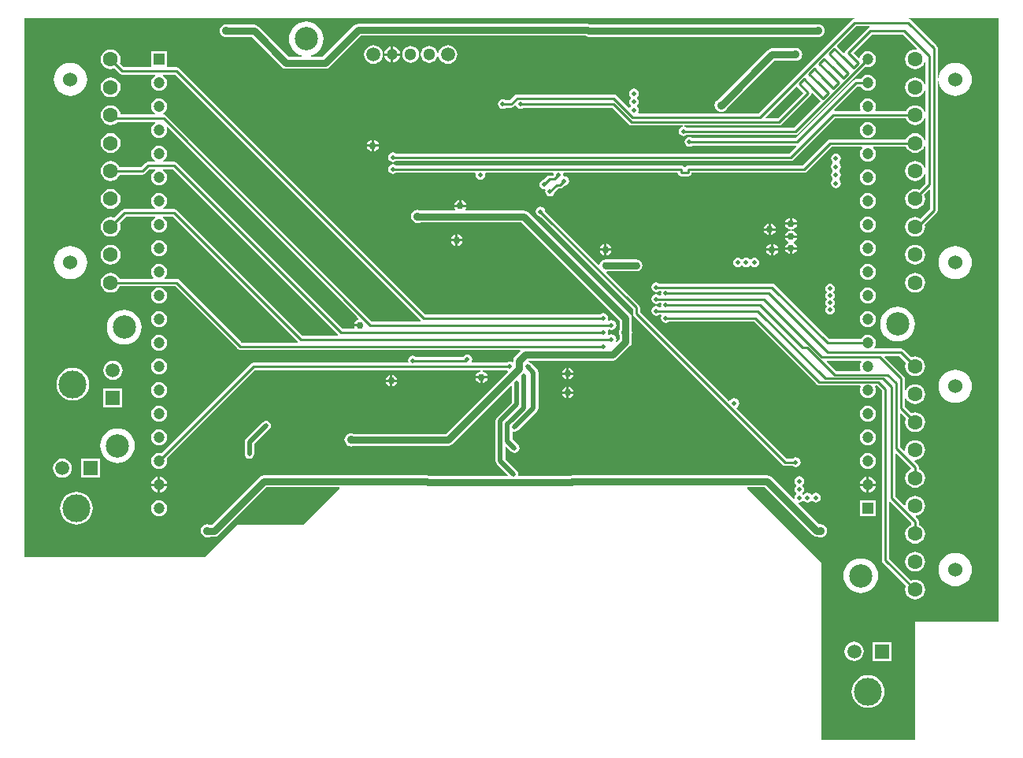
<source format=gbl>
G04*
G04 #@! TF.GenerationSoftware,Altium Limited,Altium Designer,19.1.5 (86)*
G04*
G04 Layer_Physical_Order=2*
G04 Layer_Color=16711680*
%FSLAX25Y25*%
%MOIN*%
G70*
G01*
G75*
%ADD11C,0.01000*%
%ADD99C,0.03000*%
%ADD102C,0.02000*%
%ADD104C,0.09843*%
%ADD105C,0.05906*%
%ADD106C,0.04724*%
%ADD107C,0.05118*%
%ADD108C,0.06319*%
%ADD109C,0.06004*%
%ADD110C,0.11811*%
%ADD111C,0.05984*%
%ADD112R,0.05984X0.05984*%
%ADD113R,0.05984X0.05984*%
%ADD114R,0.04724X0.04724*%
%ADD115C,0.03000*%
%ADD116C,0.03500*%
%ADD117C,0.02000*%
G36*
X676000Y250000D02*
X640500D01*
Y200000D01*
X601000D01*
Y275000D01*
X569549Y306451D01*
X569618Y306951D01*
X576944D01*
X597198Y286698D01*
X598025Y286145D01*
X599000Y285951D01*
X599468D01*
X599782Y285821D01*
X600500Y285726D01*
X601218Y285821D01*
X601887Y286098D01*
X602461Y286539D01*
X602902Y287113D01*
X603179Y287782D01*
X603274Y288500D01*
X603179Y289218D01*
X602902Y289887D01*
X602461Y290461D01*
X601887Y290902D01*
X601218Y291179D01*
X600500Y291274D01*
X599909Y291196D01*
X591068Y300037D01*
X591314Y300498D01*
X591500Y300461D01*
X592280Y300616D01*
X592942Y301058D01*
X593000Y301145D01*
X593500D01*
X593558Y301058D01*
X594220Y300616D01*
X595000Y300461D01*
X595780Y300616D01*
X596442Y301058D01*
X596500Y301145D01*
X597000D01*
X597058Y301058D01*
X597720Y300616D01*
X598500Y300461D01*
X599280Y300616D01*
X599942Y301058D01*
X600384Y301720D01*
X600539Y302500D01*
X600384Y303280D01*
X599942Y303942D01*
X599280Y304384D01*
X598500Y304539D01*
X597720Y304384D01*
X597058Y303942D01*
X597000Y303855D01*
X596500D01*
X596442Y303942D01*
X595780Y304384D01*
X595000Y304539D01*
X594220Y304384D01*
X593558Y303942D01*
X593500Y303855D01*
X593000D01*
X592942Y303942D01*
X592855Y304000D01*
Y304500D01*
X592942Y304558D01*
X593384Y305220D01*
X593539Y306000D01*
X593384Y306780D01*
X592942Y307442D01*
X592855Y307500D01*
Y308000D01*
X592942Y308058D01*
X593384Y308720D01*
X593539Y309500D01*
X593384Y310280D01*
X592942Y310942D01*
X592280Y311384D01*
X591500Y311539D01*
X590720Y311384D01*
X590058Y310942D01*
X589616Y310280D01*
X589461Y309500D01*
X589616Y308720D01*
X590058Y308058D01*
X590145Y308000D01*
Y307500D01*
X590058Y307442D01*
X589616Y306780D01*
X589461Y306000D01*
X589616Y305220D01*
X590058Y304558D01*
X590145Y304500D01*
Y304000D01*
X590058Y303942D01*
X589616Y303280D01*
X589461Y302500D01*
X589498Y302314D01*
X589037Y302068D01*
X579802Y311302D01*
X578975Y311855D01*
X578000Y312049D01*
X495500D01*
X494524Y311855D01*
X494067Y311549D01*
X472825D01*
X472449Y312049D01*
X472539Y312500D01*
X472384Y313280D01*
X471942Y313942D01*
X471942Y313942D01*
X467039Y318845D01*
Y323924D01*
X467501Y324115D01*
X469558Y322058D01*
X470220Y321616D01*
X471000Y321461D01*
X471780Y321616D01*
X472442Y322058D01*
X472884Y322720D01*
X473039Y323500D01*
X472884Y324280D01*
X472442Y324942D01*
X470039Y327345D01*
Y330181D01*
X470539Y330553D01*
X471000Y330461D01*
X471780Y330616D01*
X472442Y331058D01*
X480442Y339058D01*
X480884Y339720D01*
X481039Y340500D01*
Y355500D01*
X480884Y356280D01*
X480442Y356942D01*
X477942Y359442D01*
X477280Y359884D01*
X476943Y359951D01*
X476993Y360451D01*
X512500D01*
X513476Y360645D01*
X514302Y361198D01*
X519802Y366698D01*
X520355Y367525D01*
X520549Y368500D01*
Y371468D01*
X520679Y371782D01*
X520774Y372500D01*
X520679Y373218D01*
X520549Y373532D01*
Y378500D01*
X520355Y379475D01*
X519802Y380302D01*
X476802Y423302D01*
X475976Y423855D01*
X475000Y424049D01*
X450304D01*
X450037Y424549D01*
X450355Y425025D01*
X450450Y425500D01*
X445550D01*
X445645Y425025D01*
X445963Y424549D01*
X445696Y424049D01*
X431032D01*
X430718Y424179D01*
X430000Y424274D01*
X429282Y424179D01*
X428613Y423902D01*
X428039Y423461D01*
X427598Y422887D01*
X427321Y422218D01*
X427226Y421500D01*
X427321Y420782D01*
X427598Y420113D01*
X428039Y419539D01*
X428613Y419098D01*
X429282Y418821D01*
X430000Y418726D01*
X430718Y418821D01*
X431032Y418951D01*
X473944D01*
X515451Y377444D01*
Y373532D01*
X515321Y373218D01*
X515226Y372500D01*
X515321Y371782D01*
X515451Y371468D01*
Y369556D01*
X514224Y368329D01*
X513836Y368648D01*
X513884Y368720D01*
X514039Y369500D01*
X513884Y370280D01*
X513442Y370942D01*
X512780Y371384D01*
X512000Y371539D01*
X511220Y371384D01*
X510970Y371217D01*
X510691Y371279D01*
X510384Y371720D01*
X510539Y372500D01*
X510384Y373280D01*
X510691Y373721D01*
X510970Y373783D01*
X511220Y373616D01*
X512000Y373461D01*
X512780Y373616D01*
X513442Y374058D01*
X513884Y374720D01*
X514039Y375500D01*
X513884Y376280D01*
X513442Y376942D01*
X512780Y377384D01*
X512000Y377539D01*
X511220Y377384D01*
X510970Y377217D01*
X510691Y377279D01*
X510384Y377720D01*
X510539Y378500D01*
X510384Y379280D01*
X509942Y379942D01*
X509280Y380384D01*
X508500Y380539D01*
X507720Y380384D01*
X507189Y380029D01*
X433134D01*
X329081Y484081D01*
X328585Y484413D01*
X328000Y484529D01*
X324246D01*
X323791Y484638D01*
X323791Y485029D01*
Y491362D01*
X317066D01*
X317066Y484638D01*
X316611Y484529D01*
X305567D01*
X303817Y486279D01*
X304052Y486847D01*
X304195Y487933D01*
X304052Y489019D01*
X303633Y490031D01*
X302967Y490900D01*
X302098Y491566D01*
X301086Y491986D01*
X300000Y492128D01*
X298914Y491986D01*
X297902Y491566D01*
X297034Y490900D01*
X296367Y490031D01*
X295948Y489019D01*
X295805Y487933D01*
X295948Y486847D01*
X296367Y485835D01*
X297034Y484967D01*
X297902Y484300D01*
X298914Y483881D01*
X300000Y483738D01*
X301086Y483881D01*
X301654Y484116D01*
X303852Y481919D01*
X304348Y481587D01*
X304933Y481471D01*
X318715D01*
X318814Y480971D01*
X318733Y480937D01*
X318031Y480398D01*
X317492Y479696D01*
X317153Y478878D01*
X317037Y478000D01*
X317153Y477122D01*
X317492Y476304D01*
X318031Y475602D01*
X318733Y475063D01*
X319551Y474724D01*
X320428Y474609D01*
X321306Y474724D01*
X322124Y475063D01*
X322826Y475602D01*
X323365Y476304D01*
X323704Y477122D01*
X323820Y478000D01*
X323704Y478878D01*
X323365Y479696D01*
X322826Y480398D01*
X322124Y480937D01*
X322042Y480971D01*
X322142Y481471D01*
X327366D01*
X431308Y377529D01*
X431171Y377092D01*
X431123Y377029D01*
X410634D01*
X323581Y464081D01*
X323085Y464413D01*
X322500Y464529D01*
X322142D01*
X322042Y465029D01*
X322124Y465063D01*
X322826Y465602D01*
X323365Y466304D01*
X323704Y467122D01*
X323820Y468000D01*
X323704Y468878D01*
X323365Y469696D01*
X322826Y470398D01*
X322124Y470937D01*
X321306Y471276D01*
X320428Y471391D01*
X319551Y471276D01*
X318733Y470937D01*
X318031Y470398D01*
X317492Y469696D01*
X317153Y468878D01*
X317037Y468000D01*
X317153Y467122D01*
X317492Y466304D01*
X318031Y465602D01*
X318733Y465063D01*
X318814Y465029D01*
X318715Y464529D01*
X304167D01*
X304052Y465397D01*
X303633Y466409D01*
X302967Y467278D01*
X302098Y467944D01*
X301086Y468363D01*
X300000Y468506D01*
X298914Y468363D01*
X297902Y467944D01*
X297034Y467278D01*
X296367Y466409D01*
X295948Y465397D01*
X295805Y464311D01*
X295948Y463225D01*
X296367Y462213D01*
X297034Y461344D01*
X297902Y460678D01*
X298914Y460259D01*
X300000Y460116D01*
X301086Y460259D01*
X302098Y460678D01*
X302967Y461344D01*
X303063Y461471D01*
X318715D01*
X318814Y460971D01*
X318733Y460937D01*
X318031Y460398D01*
X317492Y459696D01*
X317153Y458878D01*
X317037Y458000D01*
X317153Y457122D01*
X317492Y456304D01*
X318031Y455602D01*
X318733Y455063D01*
X319551Y454724D01*
X320428Y454609D01*
X321306Y454724D01*
X322124Y455063D01*
X322826Y455602D01*
X323365Y456304D01*
X323704Y457122D01*
X323820Y458000D01*
X323704Y458878D01*
X323670Y458960D01*
X324094Y459243D01*
X404948Y378389D01*
X404803Y377910D01*
X404525Y377855D01*
X403698Y377302D01*
X403145Y376476D01*
X403051Y376000D01*
X405500D01*
Y375000D01*
X403051D01*
X403145Y374524D01*
X403181Y374470D01*
X402946Y374029D01*
X398133D01*
X328081Y444081D01*
X327585Y444413D01*
X327000Y444529D01*
X322142D01*
X322042Y445029D01*
X322124Y445063D01*
X322826Y445602D01*
X323365Y446304D01*
X323704Y447122D01*
X323820Y448000D01*
X323704Y448878D01*
X323365Y449696D01*
X322826Y450398D01*
X322124Y450937D01*
X321306Y451276D01*
X320428Y451391D01*
X319551Y451276D01*
X318733Y450937D01*
X318031Y450398D01*
X317492Y449696D01*
X317153Y448878D01*
X317037Y448000D01*
X317153Y447122D01*
X317492Y446304D01*
X318031Y445602D01*
X318733Y445063D01*
X318814Y445029D01*
X318715Y444529D01*
X315875D01*
X315290Y444413D01*
X314794Y444081D01*
X312931Y442218D01*
X303869D01*
X303633Y442787D01*
X302967Y443655D01*
X302098Y444322D01*
X301086Y444741D01*
X300000Y444884D01*
X298914Y444741D01*
X297902Y444322D01*
X297034Y443655D01*
X296367Y442787D01*
X295948Y441775D01*
X295805Y440689D01*
X295948Y439603D01*
X296367Y438591D01*
X297034Y437722D01*
X297902Y437056D01*
X298914Y436637D01*
X300000Y436494D01*
X301086Y436637D01*
X302098Y437056D01*
X302967Y437722D01*
X303633Y438591D01*
X303869Y439160D01*
X313564D01*
X314149Y439276D01*
X314646Y439607D01*
X316509Y441471D01*
X318715D01*
X318814Y440971D01*
X318733Y440937D01*
X318031Y440398D01*
X317492Y439696D01*
X317153Y438878D01*
X317037Y438000D01*
X317153Y437122D01*
X317492Y436304D01*
X318031Y435602D01*
X318733Y435063D01*
X319551Y434724D01*
X320428Y434609D01*
X321306Y434724D01*
X322124Y435063D01*
X322826Y435602D01*
X323365Y436304D01*
X323704Y437122D01*
X323820Y438000D01*
X323704Y438878D01*
X323365Y439696D01*
X322826Y440398D01*
X322124Y440937D01*
X322042Y440971D01*
X322142Y441471D01*
X326366D01*
X396308Y371529D01*
X396171Y371092D01*
X396123Y371029D01*
X381134D01*
X328081Y424081D01*
X327585Y424413D01*
X327000Y424529D01*
X322142D01*
X322042Y425029D01*
X322124Y425063D01*
X322826Y425602D01*
X323365Y426304D01*
X323704Y427122D01*
X323820Y428000D01*
X323704Y428878D01*
X323365Y429696D01*
X322826Y430398D01*
X322124Y430937D01*
X321306Y431276D01*
X320428Y431391D01*
X319551Y431276D01*
X318733Y430937D01*
X318031Y430398D01*
X317492Y429696D01*
X317153Y428878D01*
X317037Y428000D01*
X317153Y427122D01*
X317492Y426304D01*
X318031Y425602D01*
X318733Y425063D01*
X318814Y425029D01*
X318715Y424529D01*
X305933D01*
X305348Y424413D01*
X304852Y424081D01*
X301654Y420884D01*
X301086Y421119D01*
X300000Y421262D01*
X298914Y421119D01*
X297902Y420700D01*
X297034Y420034D01*
X296367Y419165D01*
X295948Y418153D01*
X295805Y417067D01*
X295948Y415981D01*
X296367Y414969D01*
X297034Y414100D01*
X297902Y413434D01*
X298914Y413015D01*
X300000Y412872D01*
X301086Y413015D01*
X302098Y413434D01*
X302967Y414100D01*
X303633Y414969D01*
X304052Y415981D01*
X304195Y417067D01*
X304052Y418153D01*
X303817Y418721D01*
X306567Y421471D01*
X318715D01*
X318814Y420971D01*
X318733Y420937D01*
X318031Y420398D01*
X317492Y419696D01*
X317153Y418878D01*
X317037Y418000D01*
X317153Y417122D01*
X317492Y416304D01*
X318031Y415602D01*
X318733Y415063D01*
X319551Y414724D01*
X320428Y414609D01*
X321306Y414724D01*
X322124Y415063D01*
X322826Y415602D01*
X323365Y416304D01*
X323704Y417122D01*
X323820Y418000D01*
X323704Y418878D01*
X323365Y419696D01*
X322826Y420398D01*
X322124Y420937D01*
X322042Y420971D01*
X322142Y421471D01*
X326366D01*
X379308Y368529D01*
X379171Y368092D01*
X379123Y368029D01*
X355633D01*
X329081Y394581D01*
X328585Y394913D01*
X328000Y395029D01*
X322901D01*
X322732Y395529D01*
X322826Y395602D01*
X323365Y396304D01*
X323704Y397122D01*
X323820Y398000D01*
X323704Y398878D01*
X323365Y399696D01*
X322826Y400398D01*
X322124Y400937D01*
X321306Y401276D01*
X320428Y401391D01*
X319551Y401276D01*
X318733Y400937D01*
X318031Y400398D01*
X317492Y399696D01*
X317153Y398878D01*
X317037Y398000D01*
X317153Y397122D01*
X317492Y396304D01*
X318031Y395602D01*
X318125Y395529D01*
X317955Y395029D01*
X303846D01*
X303633Y395543D01*
X302967Y396411D01*
X302098Y397078D01*
X301086Y397497D01*
X300000Y397640D01*
X298914Y397497D01*
X297902Y397078D01*
X297034Y396411D01*
X296367Y395543D01*
X295948Y394531D01*
X295805Y393445D01*
X295948Y392359D01*
X296367Y391347D01*
X297034Y390478D01*
X297902Y389812D01*
X298914Y389392D01*
X300000Y389249D01*
X301086Y389392D01*
X302098Y389812D01*
X302967Y390478D01*
X303633Y391347D01*
X303891Y391971D01*
X327366D01*
X353919Y365419D01*
X354415Y365087D01*
X355000Y364971D01*
X473159D01*
X473366Y364471D01*
X471198Y362302D01*
X470645Y361475D01*
X470451Y360500D01*
Y360037D01*
X469951Y359770D01*
X469780Y359884D01*
X469000Y360039D01*
X468220Y359884D01*
X467689Y359529D01*
X453024D01*
X452757Y360029D01*
X452884Y360220D01*
X453039Y361000D01*
X452884Y361780D01*
X452442Y362442D01*
X451780Y362884D01*
X451000Y363039D01*
X450220Y362884D01*
X449558Y362442D01*
X449282Y362029D01*
X429311D01*
X428780Y362384D01*
X428000Y362539D01*
X427220Y362384D01*
X426558Y361942D01*
X426116Y361280D01*
X425961Y360500D01*
X426054Y360029D01*
X425688Y359529D01*
X360428D01*
X359843Y359413D01*
X359347Y359081D01*
X321472Y321207D01*
X321306Y321276D01*
X320428Y321391D01*
X319551Y321276D01*
X318733Y320937D01*
X318031Y320398D01*
X317492Y319696D01*
X317153Y318878D01*
X317037Y318000D01*
X317153Y317122D01*
X317492Y316304D01*
X318031Y315602D01*
X318733Y315063D01*
X319551Y314724D01*
X320428Y314609D01*
X321306Y314724D01*
X322124Y315063D01*
X322826Y315602D01*
X323365Y316304D01*
X323704Y317122D01*
X323820Y318000D01*
X323704Y318878D01*
X323635Y319044D01*
X361062Y356471D01*
X456557D01*
X456606Y355971D01*
X456025Y355855D01*
X455198Y355302D01*
X454645Y354475D01*
X454551Y354000D01*
X459449D01*
X459355Y354475D01*
X458802Y355302D01*
X457975Y355855D01*
X457394Y355971D01*
X457443Y356471D01*
X467689D01*
X467940Y356303D01*
X468028Y355683D01*
X441812Y329467D01*
X402801D01*
X402486Y329597D01*
X401768Y329692D01*
X401051Y329597D01*
X400382Y329320D01*
X399807Y328879D01*
X399366Y328305D01*
X399089Y327636D01*
X398995Y326918D01*
X399089Y326200D01*
X399366Y325531D01*
X399807Y324957D01*
X400382Y324516D01*
X401051Y324239D01*
X401768Y324144D01*
X402486Y324239D01*
X402801Y324369D01*
X442868D01*
X443843Y324563D01*
X444670Y325115D01*
X469499Y349944D01*
X469961Y349753D01*
Y342845D01*
X463558Y336442D01*
X463116Y335780D01*
X462961Y335000D01*
Y318000D01*
X463116Y317220D01*
X463558Y316558D01*
X468105Y312011D01*
X467914Y311549D01*
X435158D01*
X434700Y311855D01*
X433725Y312049D01*
X364851D01*
X363875Y311855D01*
X363048Y311302D01*
X342795Y291049D01*
X342032D01*
X341718Y291179D01*
X341000Y291274D01*
X340282Y291179D01*
X339613Y290902D01*
X339039Y290461D01*
X338598Y289887D01*
X338321Y289218D01*
X338226Y288500D01*
X338321Y287782D01*
X338598Y287113D01*
X339039Y286539D01*
X339613Y286098D01*
X340282Y285821D01*
X341000Y285726D01*
X341718Y285821D01*
X342032Y285951D01*
X343851D01*
X344826Y286145D01*
X345653Y286698D01*
X365906Y306951D01*
X396882D01*
X396951Y306451D01*
X381500Y291000D01*
X353500D01*
X340000Y277500D01*
X263500D01*
Y505500D01*
X614803D01*
X614852Y505000D01*
X614415Y504913D01*
X613919Y504581D01*
X574367Y465029D01*
X523524D01*
X523257Y465529D01*
X523384Y465720D01*
X523539Y466500D01*
X523384Y467280D01*
X522942Y467942D01*
X522855Y468000D01*
Y468500D01*
X522942Y468558D01*
X523384Y469220D01*
X523539Y470000D01*
X523384Y470780D01*
X522942Y471442D01*
X522855Y471500D01*
Y472000D01*
X522942Y472058D01*
X523384Y472720D01*
X523539Y473500D01*
X523384Y474280D01*
X522942Y474942D01*
X522280Y475384D01*
X521500Y475539D01*
X520720Y475384D01*
X520058Y474942D01*
X519616Y474280D01*
X519461Y473500D01*
X519616Y472720D01*
X520058Y472058D01*
X520145Y472000D01*
Y471500D01*
X520058Y471442D01*
X519616Y470780D01*
X519461Y470000D01*
X519616Y469220D01*
X520058Y468558D01*
X520145Y468500D01*
Y468000D01*
X520058Y467942D01*
X519806Y467564D01*
X519184Y467478D01*
X514081Y472581D01*
X513585Y472913D01*
X513000Y473029D01*
X472036D01*
X471450Y472913D01*
X470954Y472581D01*
X468902Y470529D01*
X467311D01*
X466780Y470884D01*
X466000Y471039D01*
X465220Y470884D01*
X464558Y470442D01*
X464116Y469780D01*
X463961Y469000D01*
X464116Y468220D01*
X464558Y467558D01*
X465220Y467116D01*
X466000Y466961D01*
X466780Y467116D01*
X467311Y467471D01*
X469535D01*
X470121Y467587D01*
X470617Y467919D01*
X471125Y468427D01*
X471604Y468282D01*
X471616Y468220D01*
X472058Y467558D01*
X472720Y467116D01*
X473500Y466961D01*
X474280Y467116D01*
X474811Y467471D01*
X512366D01*
X519419Y460419D01*
X519915Y460087D01*
X520500Y459971D01*
X542106D01*
X542155Y459471D01*
X541720Y459384D01*
X541058Y458942D01*
X540616Y458280D01*
X540461Y457500D01*
X540616Y456720D01*
X541058Y456058D01*
X541720Y455616D01*
X542500Y455461D01*
X543280Y455616D01*
X543811Y455971D01*
X589928D01*
X590514Y456087D01*
X591010Y456419D01*
X619384Y484793D01*
X619551Y484724D01*
X620428Y484609D01*
X621306Y484724D01*
X622124Y485063D01*
X622826Y485602D01*
X623365Y486304D01*
X623704Y487122D01*
X623820Y488000D01*
X623704Y488878D01*
X623365Y489696D01*
X622826Y490398D01*
X622124Y490937D01*
X621306Y491276D01*
X620428Y491391D01*
X619551Y491276D01*
X618733Y490937D01*
X618031Y490398D01*
X617491Y489696D01*
X617153Y488878D01*
X617111Y488564D01*
X616638Y488404D01*
X614352Y490689D01*
X622133Y498471D01*
X635366D01*
X641313Y492525D01*
X641079Y492051D01*
X640500Y492127D01*
X639414Y491984D01*
X638402Y491565D01*
X637533Y490899D01*
X636867Y490030D01*
X636448Y489018D01*
X636305Y487932D01*
X636448Y486846D01*
X636867Y485834D01*
X637533Y484965D01*
X638402Y484299D01*
X639414Y483880D01*
X640500Y483737D01*
X641586Y483880D01*
X642598Y484299D01*
X643467Y484965D01*
X644133Y485834D01*
X644471Y486649D01*
X644971Y486549D01*
Y477504D01*
X644471Y477404D01*
X644133Y478219D01*
X643467Y479087D01*
X642598Y479754D01*
X641586Y480173D01*
X640500Y480316D01*
X639414Y480173D01*
X638402Y479754D01*
X637533Y479087D01*
X636867Y478219D01*
X636448Y477207D01*
X636305Y476121D01*
X636448Y475035D01*
X636867Y474023D01*
X637533Y473154D01*
X638402Y472488D01*
X639414Y472069D01*
X640500Y471926D01*
X641586Y472069D01*
X642598Y472488D01*
X643467Y473154D01*
X644133Y474023D01*
X644471Y474838D01*
X644971Y474738D01*
Y465693D01*
X644471Y465593D01*
X644133Y466407D01*
X643467Y467276D01*
X642598Y467943D01*
X641586Y468362D01*
X640500Y468505D01*
X639414Y468362D01*
X638402Y467943D01*
X637533Y467276D01*
X636867Y466407D01*
X636710Y466029D01*
X623743D01*
X623458Y466529D01*
X623704Y467122D01*
X623820Y468000D01*
X623704Y468878D01*
X623365Y469696D01*
X622826Y470398D01*
X622124Y470937D01*
X621306Y471276D01*
X620428Y471391D01*
X619551Y471276D01*
X618733Y470937D01*
X618031Y470398D01*
X617491Y469696D01*
X617153Y468878D01*
X617037Y468000D01*
X617153Y467122D01*
X617398Y466529D01*
X617113Y466029D01*
X606399D01*
X606192Y466529D01*
X616133Y476471D01*
X617423D01*
X617491Y476304D01*
X618031Y475602D01*
X618733Y475063D01*
X619551Y474724D01*
X620428Y474609D01*
X621306Y474724D01*
X622124Y475063D01*
X622826Y475602D01*
X623365Y476304D01*
X623704Y477122D01*
X623820Y478000D01*
X623704Y478878D01*
X623365Y479696D01*
X622826Y480398D01*
X622124Y480937D01*
X621306Y481276D01*
X620428Y481391D01*
X619551Y481276D01*
X618733Y480937D01*
X618031Y480398D01*
X617491Y479696D01*
X617423Y479529D01*
X615500D01*
X614915Y479413D01*
X614419Y479081D01*
X589866Y454529D01*
X546311D01*
X545780Y454884D01*
X545000Y455039D01*
X544220Y454884D01*
X543558Y454442D01*
X543116Y453780D01*
X542961Y453000D01*
X543116Y452220D01*
X543558Y451558D01*
X544220Y451116D01*
X545000Y450961D01*
X545780Y451116D01*
X546311Y451471D01*
X590101D01*
X590308Y450971D01*
X587366Y448029D01*
X420811D01*
X420280Y448384D01*
X419500Y448539D01*
X418720Y448384D01*
X418058Y447942D01*
X417616Y447280D01*
X417461Y446500D01*
X417616Y445720D01*
X418058Y445058D01*
X418720Y444616D01*
X419500Y444461D01*
X420280Y444616D01*
X420811Y444971D01*
X588000D01*
X588585Y445087D01*
X589081Y445419D01*
X606634Y462971D01*
X636553D01*
X636867Y462212D01*
X637533Y461343D01*
X638402Y460677D01*
X639414Y460257D01*
X640500Y460114D01*
X641586Y460257D01*
X642598Y460677D01*
X643467Y461343D01*
X644133Y462212D01*
X644471Y463027D01*
X644971Y462927D01*
Y453882D01*
X644471Y453782D01*
X644133Y454597D01*
X643467Y455465D01*
X642598Y456132D01*
X641586Y456551D01*
X640500Y456694D01*
X639414Y456551D01*
X638402Y456132D01*
X637533Y455465D01*
X636867Y454597D01*
X636632Y454029D01*
X604500D01*
X603915Y453913D01*
X603419Y453581D01*
X592867Y443029D01*
X544500D01*
X543915Y442913D01*
X543419Y442581D01*
X543301Y442405D01*
X542699D01*
X542581Y442581D01*
X542085Y442913D01*
X541500Y443029D01*
X420811D01*
X420280Y443384D01*
X419500Y443539D01*
X418720Y443384D01*
X418058Y442942D01*
X417616Y442280D01*
X417461Y441500D01*
X417616Y440720D01*
X418058Y440058D01*
X418720Y439616D01*
X419500Y439461D01*
X420280Y439616D01*
X420811Y439971D01*
X454188D01*
X454554Y439471D01*
X454461Y439000D01*
X454616Y438220D01*
X455058Y437558D01*
X455720Y437116D01*
X456500Y436961D01*
X457280Y437116D01*
X457942Y437558D01*
X458384Y438220D01*
X458539Y439000D01*
X458446Y439471D01*
X458812Y439971D01*
X487188D01*
X487554Y439471D01*
X487492Y439154D01*
X487099Y438762D01*
X485732D01*
X485147Y438645D01*
X484651Y438314D01*
X483346Y437008D01*
X482720Y436884D01*
X482058Y436442D01*
X481616Y435780D01*
X481461Y435000D01*
X481616Y434220D01*
X482058Y433558D01*
X482720Y433116D01*
X483500Y432961D01*
X483688Y432998D01*
X483730Y432977D01*
X484073Y432565D01*
X483961Y432000D01*
X484116Y431220D01*
X484558Y430558D01*
X485220Y430116D01*
X486000Y429961D01*
X486780Y430116D01*
X487442Y430558D01*
X487884Y431220D01*
X488008Y431846D01*
X489366Y433203D01*
X490232D01*
X490817Y433319D01*
X491314Y433651D01*
X492154Y434491D01*
X492780Y434616D01*
X493442Y435058D01*
X493884Y435720D01*
X494039Y436500D01*
X493884Y437280D01*
X493442Y437942D01*
X492780Y438384D01*
X492000Y438539D01*
X491866Y438513D01*
X491513Y438866D01*
X491539Y439000D01*
X491446Y439471D01*
X491812Y439971D01*
X539986D01*
X540087Y439462D01*
X540419Y438966D01*
X540915Y438634D01*
X541500Y438518D01*
X544500D01*
X545085Y438634D01*
X545581Y438966D01*
X545913Y439462D01*
X546014Y439971D01*
X593500D01*
X594085Y440087D01*
X594581Y440419D01*
X605133Y450971D01*
X617955D01*
X618125Y450471D01*
X618031Y450398D01*
X617491Y449696D01*
X617153Y448878D01*
X617037Y448000D01*
X617153Y447122D01*
X617491Y446304D01*
X618031Y445602D01*
X618733Y445063D01*
X619551Y444724D01*
X620428Y444609D01*
X621306Y444724D01*
X622124Y445063D01*
X622826Y445602D01*
X623365Y446304D01*
X623704Y447122D01*
X623820Y448000D01*
X623704Y448878D01*
X623365Y449696D01*
X622826Y450398D01*
X622732Y450471D01*
X622901Y450971D01*
X636631D01*
X636867Y450401D01*
X637533Y449532D01*
X638402Y448866D01*
X639414Y448447D01*
X640500Y448304D01*
X641586Y448447D01*
X642598Y448866D01*
X643467Y449532D01*
X644133Y450401D01*
X644471Y451216D01*
X644971Y451116D01*
Y442071D01*
X644471Y441971D01*
X644133Y442786D01*
X643467Y443654D01*
X642598Y444321D01*
X641586Y444740D01*
X640500Y444883D01*
X639414Y444740D01*
X638402Y444321D01*
X637533Y443654D01*
X636867Y442786D01*
X636448Y441774D01*
X636305Y440688D01*
X636448Y439602D01*
X636867Y438590D01*
X637533Y437721D01*
X638402Y437055D01*
X639414Y436635D01*
X640500Y436492D01*
X641586Y436635D01*
X642598Y437055D01*
X643467Y437721D01*
X644133Y438590D01*
X644471Y439405D01*
X644971Y439305D01*
Y435510D01*
X642154Y432694D01*
X641586Y432929D01*
X640500Y433072D01*
X639414Y432929D01*
X638402Y432510D01*
X637533Y431843D01*
X636867Y430974D01*
X636448Y429963D01*
X636305Y428877D01*
X636448Y427791D01*
X636867Y426779D01*
X637533Y425910D01*
X638402Y425244D01*
X639414Y424824D01*
X640500Y424682D01*
X641586Y424824D01*
X642598Y425244D01*
X643467Y425910D01*
X644133Y426779D01*
X644552Y427791D01*
X644695Y428877D01*
X644552Y429963D01*
X644317Y430531D01*
X646509Y432723D01*
X646971Y432531D01*
Y424634D01*
X642846Y420509D01*
X642598Y420699D01*
X641586Y421118D01*
X640500Y421261D01*
X639414Y421118D01*
X638402Y420699D01*
X637533Y420032D01*
X636867Y419164D01*
X636448Y418152D01*
X636305Y417066D01*
X636448Y415980D01*
X636867Y414968D01*
X637533Y414099D01*
X638402Y413433D01*
X639414Y413013D01*
X640500Y412870D01*
X641586Y413013D01*
X642598Y413433D01*
X643467Y414099D01*
X644133Y414968D01*
X644552Y415980D01*
X644695Y417066D01*
X644583Y417920D01*
X649581Y422919D01*
X649913Y423415D01*
X650029Y424000D01*
Y478840D01*
X650529Y478865D01*
X650605Y478094D01*
X651006Y476774D01*
X651656Y475557D01*
X652531Y474491D01*
X653598Y473616D01*
X654815Y472965D01*
X656135Y472565D01*
X657508Y472430D01*
X658881Y472565D01*
X660201Y472965D01*
X661418Y473616D01*
X662484Y474491D01*
X663360Y475557D01*
X664010Y476774D01*
X664410Y478094D01*
X664546Y479467D01*
X664410Y480840D01*
X664010Y482161D01*
X663360Y483377D01*
X662484Y484444D01*
X661418Y485319D01*
X660201Y485969D01*
X658881Y486370D01*
X657508Y486505D01*
X656135Y486370D01*
X654815Y485969D01*
X653598Y485319D01*
X652531Y484444D01*
X651656Y483377D01*
X651006Y482161D01*
X650605Y480840D01*
X650529Y480070D01*
X650029Y480094D01*
Y492621D01*
X649913Y493207D01*
X649581Y493703D01*
X638703Y504581D01*
X638207Y504913D01*
X637769Y505000D01*
X637818Y505500D01*
X676000D01*
Y250000D01*
D02*
G37*
G36*
X621205Y501471D02*
X620915Y501413D01*
X620419Y501081D01*
X612169Y492831D01*
X611108Y491771D01*
X610776Y491275D01*
X610686Y490820D01*
X610317Y490642D01*
X610176Y490623D01*
X607584Y493215D01*
X607563Y493900D01*
X615633Y501971D01*
X621155D01*
X621205Y501471D01*
D02*
G37*
G36*
X590271Y476503D02*
X593056Y473719D01*
X591169Y471832D01*
X591169Y471832D01*
X582367Y463029D01*
X577346D01*
X577154Y463491D01*
X590176Y476513D01*
X590271Y476503D01*
D02*
G37*
G36*
X600589Y470428D02*
X600598Y470333D01*
X589295Y459029D01*
X543811D01*
X543280Y459384D01*
X542845Y459471D01*
X542894Y459971D01*
X583000D01*
X583585Y460087D01*
X584081Y460419D01*
X593331Y469669D01*
X593331Y469669D01*
X596300Y472637D01*
X596632Y473134D01*
X596722Y473588D01*
X597091Y473766D01*
X597232Y473785D01*
X600589Y470428D01*
D02*
G37*
%LPC*%
G36*
X442748Y493987D02*
X441716Y493851D01*
X440755Y493453D01*
X439929Y492819D01*
X439295Y491993D01*
X438897Y491032D01*
X438865Y490786D01*
X438360D01*
X438342Y490929D01*
X437983Y491795D01*
X437412Y492538D01*
X436669Y493109D01*
X435803Y493467D01*
X434874Y493590D01*
X433945Y493467D01*
X433079Y493109D01*
X432336Y492538D01*
X431765Y491795D01*
X431407Y490929D01*
X431284Y490000D01*
X431407Y489071D01*
X431765Y488205D01*
X432336Y487462D01*
X433079Y486891D01*
X433945Y486533D01*
X434874Y486410D01*
X435803Y486533D01*
X436669Y486891D01*
X437412Y487462D01*
X437983Y488205D01*
X438342Y489071D01*
X438360Y489214D01*
X438865D01*
X438897Y488968D01*
X439295Y488007D01*
X439929Y487181D01*
X440755Y486547D01*
X441716Y486149D01*
X442748Y486013D01*
X443780Y486149D01*
X444741Y486547D01*
X445567Y487181D01*
X446201Y488007D01*
X446599Y488968D01*
X446735Y490000D01*
X446599Y491032D01*
X446201Y491993D01*
X445567Y492819D01*
X444741Y493453D01*
X443780Y493851D01*
X442748Y493987D01*
D02*
G37*
G36*
X419626Y493325D02*
Y490500D01*
X422451D01*
X422402Y490878D01*
X422063Y491696D01*
X421524Y492398D01*
X420822Y492937D01*
X420004Y493276D01*
X419626Y493325D01*
D02*
G37*
G36*
X418626Y493325D02*
X418248Y493276D01*
X417430Y492937D01*
X416728Y492398D01*
X416189Y491696D01*
X415850Y490878D01*
X415801Y490500D01*
X418626D01*
Y493325D01*
D02*
G37*
G36*
X382800Y503934D02*
X381369Y503794D01*
X379993Y503376D01*
X378725Y502698D01*
X377614Y501786D01*
X376702Y500675D01*
X376024Y499407D01*
X375606Y498031D01*
X375465Y496600D01*
X375606Y495169D01*
X376024Y493793D01*
X376702Y492525D01*
X377614Y491414D01*
X378725Y490502D01*
X379993Y489824D01*
X380899Y489549D01*
X380825Y489049D01*
X375356D01*
X362602Y501802D01*
X361775Y502355D01*
X360800Y502549D01*
X350032D01*
X349718Y502679D01*
X349000Y502774D01*
X348282Y502679D01*
X347613Y502402D01*
X347039Y501961D01*
X346598Y501387D01*
X346321Y500718D01*
X346226Y500000D01*
X346321Y499282D01*
X346598Y498613D01*
X347039Y498039D01*
X347613Y497598D01*
X348282Y497321D01*
X349000Y497226D01*
X349718Y497321D01*
X350032Y497451D01*
X359744D01*
X372498Y484698D01*
X373324Y484145D01*
X374300Y483951D01*
X390800D01*
X391775Y484145D01*
X392602Y484698D01*
X405856Y497951D01*
X500899D01*
X501357Y497645D01*
X502332Y497451D01*
X598468D01*
X598782Y497321D01*
X599500Y497226D01*
X600218Y497321D01*
X600887Y497598D01*
X601461Y498039D01*
X601902Y498613D01*
X602179Y499282D01*
X602274Y500000D01*
X602179Y500718D01*
X601902Y501387D01*
X601461Y501961D01*
X600887Y502402D01*
X600218Y502679D01*
X599500Y502774D01*
X598782Y502679D01*
X598468Y502549D01*
X503266D01*
X502808Y502855D01*
X501832Y503049D01*
X404800D01*
X403825Y502855D01*
X402998Y502302D01*
X389744Y489049D01*
X384775D01*
X384701Y489549D01*
X385607Y489824D01*
X386875Y490502D01*
X387986Y491414D01*
X388898Y492525D01*
X389576Y493793D01*
X389994Y495169D01*
X390135Y496600D01*
X389994Y498031D01*
X389576Y499407D01*
X388898Y500675D01*
X387986Y501786D01*
X386875Y502698D01*
X385607Y503376D01*
X384231Y503794D01*
X382800Y503934D01*
D02*
G37*
G36*
X590000Y492774D02*
X589282Y492679D01*
X588968Y492549D01*
X579906D01*
X578930Y492355D01*
X578103Y491802D01*
X557333Y471032D01*
X557019Y470902D01*
X556444Y470461D01*
X556003Y469887D01*
X555726Y469218D01*
X555632Y468500D01*
X555726Y467782D01*
X556003Y467113D01*
X556444Y466539D01*
X557019Y466098D01*
X557688Y465821D01*
X558405Y465726D01*
X559123Y465821D01*
X559792Y466098D01*
X560367Y466539D01*
X560808Y467113D01*
X560938Y467428D01*
X580961Y487451D01*
X588968D01*
X589282Y487321D01*
X590000Y487226D01*
X590718Y487321D01*
X591387Y487598D01*
X591961Y488039D01*
X592402Y488613D01*
X592679Y489282D01*
X592774Y490000D01*
X592679Y490718D01*
X592402Y491387D01*
X591961Y491961D01*
X591387Y492402D01*
X590718Y492679D01*
X590000Y492774D01*
D02*
G37*
G36*
X422451Y489500D02*
X419626D01*
Y486675D01*
X420004Y486724D01*
X420822Y487063D01*
X421524Y487602D01*
X422063Y488304D01*
X422402Y489122D01*
X422451Y489500D01*
D02*
G37*
G36*
X418626D02*
X415801D01*
X415850Y489122D01*
X416189Y488304D01*
X416728Y487602D01*
X417430Y487063D01*
X418248Y486724D01*
X418626Y486675D01*
Y489500D01*
D02*
G37*
G36*
X427000Y493590D02*
X426071Y493467D01*
X425205Y493109D01*
X424462Y492538D01*
X423891Y491795D01*
X423533Y490929D01*
X423410Y490000D01*
X423533Y489071D01*
X423891Y488205D01*
X424462Y487462D01*
X425205Y486891D01*
X426071Y486533D01*
X427000Y486410D01*
X427929Y486533D01*
X428795Y486891D01*
X429538Y487462D01*
X430109Y488205D01*
X430467Y489071D01*
X430590Y490000D01*
X430467Y490929D01*
X430109Y491795D01*
X429538Y492538D01*
X428795Y493109D01*
X427929Y493467D01*
X427000Y493590D01*
D02*
G37*
G36*
X411252Y493987D02*
X410220Y493851D01*
X409259Y493453D01*
X408433Y492819D01*
X407799Y491993D01*
X407401Y491032D01*
X407265Y490000D01*
X407401Y488968D01*
X407799Y488007D01*
X408433Y487181D01*
X409259Y486547D01*
X410220Y486149D01*
X411252Y486013D01*
X412284Y486149D01*
X413245Y486547D01*
X414071Y487181D01*
X414705Y488007D01*
X415103Y488968D01*
X415239Y490000D01*
X415103Y491032D01*
X414705Y491993D01*
X414071Y492819D01*
X413245Y493453D01*
X412284Y493851D01*
X411252Y493987D01*
D02*
G37*
G36*
X282992Y486506D02*
X281619Y486371D01*
X280299Y485971D01*
X279082Y485320D01*
X278016Y484445D01*
X277140Y483379D01*
X276490Y482162D01*
X276090Y480841D01*
X275954Y479468D01*
X276090Y478095D01*
X276490Y476775D01*
X277140Y475559D01*
X278016Y474492D01*
X279082Y473617D01*
X280299Y472966D01*
X281619Y472566D01*
X282992Y472431D01*
X284365Y472566D01*
X285685Y472966D01*
X286902Y473617D01*
X287969Y474492D01*
X288844Y475559D01*
X289494Y476775D01*
X289895Y478095D01*
X290030Y479468D01*
X289895Y480841D01*
X289494Y482162D01*
X288844Y483379D01*
X287969Y484445D01*
X286902Y485320D01*
X285685Y485971D01*
X284365Y486371D01*
X282992Y486506D01*
D02*
G37*
G36*
X300000Y480317D02*
X298914Y480174D01*
X297902Y479755D01*
X297034Y479089D01*
X296367Y478220D01*
X295948Y477208D01*
X295805Y476122D01*
X295948Y475036D01*
X296367Y474024D01*
X297034Y473155D01*
X297902Y472489D01*
X298914Y472070D01*
X300000Y471927D01*
X301086Y472070D01*
X302098Y472489D01*
X302967Y473155D01*
X303633Y474024D01*
X304052Y475036D01*
X304195Y476122D01*
X304052Y477208D01*
X303633Y478220D01*
X302967Y479089D01*
X302098Y479755D01*
X301086Y480174D01*
X300000Y480317D01*
D02*
G37*
G36*
X620428Y461391D02*
X619551Y461276D01*
X618733Y460937D01*
X618031Y460398D01*
X617491Y459696D01*
X617153Y458878D01*
X617037Y458000D01*
X617153Y457122D01*
X617491Y456304D01*
X618031Y455602D01*
X618733Y455063D01*
X619551Y454724D01*
X620428Y454609D01*
X621306Y454724D01*
X622124Y455063D01*
X622826Y455602D01*
X623365Y456304D01*
X623704Y457122D01*
X623820Y458000D01*
X623704Y458878D01*
X623365Y459696D01*
X622826Y460398D01*
X622124Y460937D01*
X621306Y461276D01*
X620428Y461391D01*
D02*
G37*
G36*
X411500Y453949D02*
Y452000D01*
X413449D01*
X413355Y452476D01*
X412802Y453302D01*
X411975Y453855D01*
X411500Y453949D01*
D02*
G37*
G36*
X410500D02*
X410024Y453855D01*
X409198Y453302D01*
X408645Y452476D01*
X408551Y452000D01*
X410500D01*
Y453949D01*
D02*
G37*
G36*
X413449Y451000D02*
X411500D01*
Y449051D01*
X411975Y449145D01*
X412802Y449698D01*
X413355Y450525D01*
X413449Y451000D01*
D02*
G37*
G36*
X410500D02*
X408551D01*
X408645Y450525D01*
X409198Y449698D01*
X410024Y449145D01*
X410500Y449051D01*
Y451000D01*
D02*
G37*
G36*
X300000Y456695D02*
X298914Y456552D01*
X297902Y456133D01*
X297033Y455467D01*
X296367Y454598D01*
X295948Y453586D01*
X295805Y452500D01*
X295948Y451414D01*
X296367Y450402D01*
X297033Y449533D01*
X297902Y448867D01*
X298914Y448448D01*
X300000Y448305D01*
X301086Y448448D01*
X302098Y448867D01*
X302967Y449533D01*
X303633Y450402D01*
X304052Y451414D01*
X304195Y452500D01*
X304052Y453586D01*
X303633Y454598D01*
X302967Y455467D01*
X302098Y456133D01*
X301086Y456552D01*
X300000Y456695D01*
D02*
G37*
G36*
X620428Y441391D02*
X619551Y441276D01*
X618733Y440937D01*
X618031Y440398D01*
X617491Y439696D01*
X617153Y438878D01*
X617037Y438000D01*
X617153Y437122D01*
X617491Y436304D01*
X618031Y435602D01*
X618733Y435063D01*
X619551Y434724D01*
X620428Y434609D01*
X621306Y434724D01*
X622124Y435063D01*
X622826Y435602D01*
X623365Y436304D01*
X623704Y437122D01*
X623820Y438000D01*
X623704Y438878D01*
X623365Y439696D01*
X622826Y440398D01*
X622124Y440937D01*
X621306Y441276D01*
X620428Y441391D01*
D02*
G37*
G36*
X607000Y448039D02*
X606220Y447884D01*
X605558Y447442D01*
X605116Y446780D01*
X604961Y446000D01*
X605116Y445220D01*
X605558Y444558D01*
X605645Y444500D01*
Y444000D01*
X605558Y443942D01*
X605116Y443280D01*
X604961Y442500D01*
X605116Y441720D01*
X605558Y441058D01*
X605645Y441000D01*
Y440500D01*
X605558Y440442D01*
X605116Y439780D01*
X604961Y439000D01*
X605116Y438220D01*
X605558Y437558D01*
X605645Y437500D01*
Y437000D01*
X605558Y436942D01*
X605116Y436280D01*
X604961Y435500D01*
X605116Y434720D01*
X605558Y434058D01*
X606220Y433616D01*
X607000Y433461D01*
X607780Y433616D01*
X608442Y434058D01*
X608884Y434720D01*
X609039Y435500D01*
X608884Y436280D01*
X608442Y436942D01*
X608355Y437000D01*
Y437500D01*
X608442Y437558D01*
X608884Y438220D01*
X609039Y439000D01*
X608884Y439780D01*
X608442Y440442D01*
X608355Y440500D01*
Y441000D01*
X608442Y441058D01*
X608884Y441720D01*
X609039Y442500D01*
X608884Y443280D01*
X608442Y443942D01*
X608355Y444000D01*
Y444500D01*
X608442Y444558D01*
X608884Y445220D01*
X609039Y446000D01*
X608884Y446780D01*
X608442Y447442D01*
X607780Y447884D01*
X607000Y448039D01*
D02*
G37*
G36*
X448500Y428449D02*
Y426500D01*
X450450D01*
X450355Y426975D01*
X449802Y427802D01*
X448976Y428355D01*
X448500Y428449D01*
D02*
G37*
G36*
X447500D02*
X447024Y428355D01*
X446198Y427802D01*
X445645Y426975D01*
X445550Y426500D01*
X447500D01*
Y428449D01*
D02*
G37*
G36*
X300000Y433073D02*
X298914Y432930D01*
X297902Y432511D01*
X297033Y431845D01*
X296367Y430976D01*
X295948Y429964D01*
X295805Y428878D01*
X295948Y427792D01*
X296367Y426780D01*
X297033Y425911D01*
X297902Y425245D01*
X298914Y424826D01*
X300000Y424683D01*
X301086Y424826D01*
X302098Y425245D01*
X302967Y425911D01*
X303633Y426780D01*
X304052Y427792D01*
X304195Y428878D01*
X304052Y429964D01*
X303633Y430976D01*
X302967Y431845D01*
X302098Y432511D01*
X301086Y432930D01*
X300000Y433073D01*
D02*
G37*
G36*
X620428Y431391D02*
X619551Y431276D01*
X618733Y430937D01*
X618031Y430398D01*
X617491Y429696D01*
X617153Y428878D01*
X617037Y428000D01*
X617153Y427122D01*
X617491Y426304D01*
X618031Y425602D01*
X618733Y425063D01*
X619551Y424724D01*
X620428Y424609D01*
X621306Y424724D01*
X622124Y425063D01*
X622826Y425602D01*
X623365Y426304D01*
X623704Y427122D01*
X623820Y428000D01*
X623704Y428878D01*
X623365Y429696D01*
X622826Y430398D01*
X622124Y430937D01*
X621306Y431276D01*
X620428Y431391D01*
D02*
G37*
G36*
X588500Y420950D02*
Y419000D01*
X590449D01*
X590355Y419476D01*
X589802Y420302D01*
X588975Y420855D01*
X588500Y420950D01*
D02*
G37*
G36*
X587500D02*
X587024Y420855D01*
X586198Y420302D01*
X585645Y419476D01*
X585550Y419000D01*
X587500D01*
Y420950D01*
D02*
G37*
G36*
X579500Y418449D02*
Y416500D01*
X581450D01*
X581355Y416975D01*
X580802Y417802D01*
X579976Y418355D01*
X579500Y418449D01*
D02*
G37*
G36*
X578500D02*
X578024Y418355D01*
X577198Y417802D01*
X576645Y416975D01*
X576550Y416500D01*
X578500D01*
Y418449D01*
D02*
G37*
G36*
X620428Y421391D02*
X619551Y421276D01*
X618733Y420937D01*
X618031Y420398D01*
X617491Y419696D01*
X617153Y418878D01*
X617037Y418000D01*
X617153Y417122D01*
X617491Y416304D01*
X618031Y415602D01*
X618733Y415063D01*
X619551Y414724D01*
X620428Y414609D01*
X621306Y414724D01*
X622124Y415063D01*
X622826Y415602D01*
X623365Y416304D01*
X623704Y417122D01*
X623820Y418000D01*
X623704Y418878D01*
X623365Y419696D01*
X622826Y420398D01*
X622124Y420937D01*
X621306Y421276D01*
X620428Y421391D01*
D02*
G37*
G36*
X581450Y415500D02*
X579500D01*
Y413551D01*
X579976Y413645D01*
X580802Y414198D01*
X581355Y415025D01*
X581450Y415500D01*
D02*
G37*
G36*
X578500D02*
X576550D01*
X576645Y415025D01*
X577198Y414198D01*
X578024Y413645D01*
X578500Y413551D01*
Y415500D01*
D02*
G37*
G36*
X590449Y418000D02*
X585550D01*
X585645Y417524D01*
X586198Y416698D01*
X587024Y416145D01*
X587729Y416005D01*
Y415495D01*
X587024Y415355D01*
X586198Y414802D01*
X585645Y413975D01*
X585550Y413500D01*
X590449D01*
X590355Y413975D01*
X589802Y414802D01*
X588975Y415355D01*
X588271Y415495D01*
Y416005D01*
X588975Y416145D01*
X589802Y416698D01*
X590355Y417524D01*
X590449Y418000D01*
D02*
G37*
G36*
X447000Y413949D02*
Y412000D01*
X448949D01*
X448855Y412475D01*
X448302Y413302D01*
X447475Y413855D01*
X447000Y413949D01*
D02*
G37*
G36*
X446000D02*
X445525Y413855D01*
X444698Y413302D01*
X444145Y412475D01*
X444051Y412000D01*
X446000D01*
Y413949D01*
D02*
G37*
G36*
X448949Y411000D02*
X447000D01*
Y409051D01*
X447475Y409145D01*
X448302Y409698D01*
X448855Y410525D01*
X448949Y411000D01*
D02*
G37*
G36*
X446000D02*
X444051D01*
X444145Y410525D01*
X444698Y409698D01*
X445525Y409145D01*
X446000Y409051D01*
Y411000D01*
D02*
G37*
G36*
X590449Y412500D02*
X585550D01*
X585645Y412024D01*
X586198Y411198D01*
X586816Y410784D01*
Y410216D01*
X586198Y409802D01*
X585645Y408976D01*
X585550Y408500D01*
X590449D01*
X590355Y408976D01*
X589802Y409802D01*
X589184Y410216D01*
Y410784D01*
X589802Y411198D01*
X590355Y412024D01*
X590449Y412500D01*
D02*
G37*
G36*
X580500Y409949D02*
Y408000D01*
X582449D01*
X582355Y408475D01*
X581802Y409302D01*
X580975Y409855D01*
X580500Y409949D01*
D02*
G37*
G36*
X579500D02*
X579025Y409855D01*
X578198Y409302D01*
X577645Y408475D01*
X577551Y408000D01*
X579500D01*
Y409949D01*
D02*
G37*
G36*
X510000D02*
Y408000D01*
X511949D01*
X511855Y408475D01*
X511302Y409302D01*
X510475Y409855D01*
X510000Y409949D01*
D02*
G37*
G36*
X509000D02*
X508525Y409855D01*
X507698Y409302D01*
X507145Y408475D01*
X507051Y408000D01*
X509000D01*
Y409949D01*
D02*
G37*
G36*
X590449Y407500D02*
X588500D01*
Y405550D01*
X588975Y405645D01*
X589802Y406198D01*
X590355Y407024D01*
X590449Y407500D01*
D02*
G37*
G36*
X587500D02*
X585550D01*
X585645Y407024D01*
X586198Y406198D01*
X587024Y405645D01*
X587500Y405550D01*
Y407500D01*
D02*
G37*
G36*
X582449Y407000D02*
X580500D01*
Y405051D01*
X580975Y405145D01*
X581802Y405698D01*
X582355Y406525D01*
X582449Y407000D01*
D02*
G37*
G36*
X579500D02*
X577551D01*
X577645Y406525D01*
X578198Y405698D01*
X579025Y405145D01*
X579500Y405051D01*
Y407000D01*
D02*
G37*
G36*
X511949D02*
X510000D01*
Y405051D01*
X510475Y405145D01*
X511302Y405698D01*
X511855Y406525D01*
X511949Y407000D01*
D02*
G37*
G36*
X509000D02*
X507051D01*
X507145Y406525D01*
X507698Y405698D01*
X508525Y405145D01*
X509000Y405051D01*
Y407000D01*
D02*
G37*
G36*
X620428Y411391D02*
X619551Y411276D01*
X618733Y410937D01*
X618031Y410398D01*
X617491Y409696D01*
X617153Y408878D01*
X617037Y408000D01*
X617153Y407122D01*
X617491Y406304D01*
X618031Y405602D01*
X618733Y405063D01*
X619551Y404724D01*
X620428Y404609D01*
X621306Y404724D01*
X622124Y405063D01*
X622826Y405602D01*
X623365Y406304D01*
X623704Y407122D01*
X623820Y408000D01*
X623704Y408878D01*
X623365Y409696D01*
X622826Y410398D01*
X622124Y410937D01*
X621306Y411276D01*
X620428Y411391D01*
D02*
G37*
G36*
X320428D02*
X319551Y411276D01*
X318733Y410937D01*
X318031Y410398D01*
X317492Y409696D01*
X317153Y408878D01*
X317037Y408000D01*
X317153Y407122D01*
X317492Y406304D01*
X318031Y405602D01*
X318733Y405063D01*
X319551Y404724D01*
X320428Y404609D01*
X321306Y404724D01*
X322124Y405063D01*
X322826Y405602D01*
X323365Y406304D01*
X323704Y407122D01*
X323820Y408000D01*
X323704Y408878D01*
X323365Y409696D01*
X322826Y410398D01*
X322124Y410937D01*
X321306Y411276D01*
X320428Y411391D01*
D02*
G37*
G36*
X572500Y404039D02*
X571720Y403884D01*
X571058Y403442D01*
X571000Y403355D01*
X570500D01*
X570442Y403442D01*
X569780Y403884D01*
X569000Y404039D01*
X568220Y403884D01*
X567558Y403442D01*
X567500Y403355D01*
X567000D01*
X566942Y403442D01*
X566280Y403884D01*
X565500Y404039D01*
X564720Y403884D01*
X564058Y403442D01*
X563616Y402780D01*
X563461Y402000D01*
X563616Y401220D01*
X564058Y400558D01*
X564720Y400116D01*
X565500Y399961D01*
X566280Y400116D01*
X566942Y400558D01*
X567000Y400645D01*
X567500D01*
X567558Y400558D01*
X568220Y400116D01*
X569000Y399961D01*
X569780Y400116D01*
X570442Y400558D01*
X570500Y400645D01*
X571000D01*
X571058Y400558D01*
X571720Y400116D01*
X572500Y399961D01*
X573280Y400116D01*
X573942Y400558D01*
X574384Y401220D01*
X574539Y402000D01*
X574384Y402780D01*
X573942Y403442D01*
X573280Y403884D01*
X572500Y404039D01*
D02*
G37*
G36*
X300000Y409451D02*
X298914Y409308D01*
X297902Y408889D01*
X297034Y408222D01*
X296367Y407354D01*
X295948Y406342D01*
X295805Y405256D01*
X295948Y404170D01*
X296367Y403158D01*
X297034Y402289D01*
X297902Y401623D01*
X298914Y401203D01*
X300000Y401061D01*
X301086Y401203D01*
X302098Y401623D01*
X302967Y402289D01*
X303633Y403158D01*
X304052Y404170D01*
X304195Y405256D01*
X304052Y406342D01*
X303633Y407354D01*
X302967Y408222D01*
X302098Y408889D01*
X301086Y409308D01*
X300000Y409451D01*
D02*
G37*
G36*
X640500Y409450D02*
X639414Y409307D01*
X638402Y408888D01*
X637533Y408221D01*
X636867Y407352D01*
X636448Y406341D01*
X636305Y405255D01*
X636448Y404169D01*
X636867Y403157D01*
X637533Y402288D01*
X638402Y401621D01*
X639414Y401202D01*
X640500Y401059D01*
X641586Y401202D01*
X642598Y401621D01*
X643467Y402288D01*
X644133Y403157D01*
X644552Y404169D01*
X644695Y405255D01*
X644552Y406341D01*
X644133Y407352D01*
X643467Y408221D01*
X642598Y408888D01*
X641586Y409307D01*
X640500Y409450D01*
D02*
G37*
G36*
X482000Y425539D02*
X481220Y425384D01*
X480558Y424942D01*
X480116Y424280D01*
X479961Y423500D01*
X480116Y422720D01*
X480558Y422058D01*
X481220Y421616D01*
X481846Y421491D01*
X521048Y382289D01*
Y380387D01*
X521165Y379801D01*
X521496Y379305D01*
X584383Y316419D01*
X584879Y316087D01*
X585464Y315971D01*
X588689D01*
X589220Y315616D01*
X590000Y315461D01*
X590780Y315616D01*
X591442Y316058D01*
X591884Y316720D01*
X592039Y317500D01*
X591884Y318280D01*
X591442Y318942D01*
X590780Y319384D01*
X590000Y319539D01*
X589220Y319384D01*
X588689Y319029D01*
X586098D01*
X564949Y340178D01*
X565043Y340792D01*
X565442Y341058D01*
X565884Y341720D01*
X566039Y342500D01*
X565884Y343280D01*
X565442Y343942D01*
X564780Y344384D01*
X564000Y344539D01*
X563220Y344384D01*
X562558Y343942D01*
X562291Y343543D01*
X561679Y343449D01*
X524107Y381020D01*
Y382922D01*
X523991Y383507D01*
X523659Y384003D01*
X509940Y397723D01*
X510147Y398223D01*
X522500D01*
X522500Y398223D01*
X523476Y398417D01*
X524302Y398969D01*
X524855Y399796D01*
X525049Y400772D01*
X524855Y401747D01*
X524302Y402574D01*
X524302Y402574D01*
X523475Y403127D01*
X522500Y403321D01*
X509500D01*
X508525Y403127D01*
X507698Y402574D01*
X507145Y401747D01*
X507058Y401312D01*
X506516Y401147D01*
X484009Y423654D01*
X483884Y424280D01*
X483442Y424942D01*
X482780Y425384D01*
X482000Y425539D01*
D02*
G37*
G36*
X282992Y408947D02*
X281619Y408812D01*
X280299Y408412D01*
X279082Y407761D01*
X278016Y406886D01*
X277140Y405820D01*
X276490Y404603D01*
X276090Y403282D01*
X275954Y401909D01*
X276090Y400536D01*
X276490Y399216D01*
X277140Y397999D01*
X278016Y396933D01*
X279082Y396058D01*
X280299Y395407D01*
X281619Y395007D01*
X282992Y394872D01*
X284365Y395007D01*
X285685Y395407D01*
X286902Y396058D01*
X287969Y396933D01*
X288844Y397999D01*
X289494Y399216D01*
X289895Y400536D01*
X290030Y401909D01*
X289895Y403282D01*
X289494Y404603D01*
X288844Y405820D01*
X287969Y406886D01*
X286902Y407761D01*
X285685Y408412D01*
X284365Y408812D01*
X282992Y408947D01*
D02*
G37*
G36*
X657508Y408946D02*
X656135Y408811D01*
X654815Y408410D01*
X653598Y407760D01*
X652531Y406885D01*
X651656Y405818D01*
X651006Y404602D01*
X650605Y403281D01*
X650470Y401908D01*
X650605Y400535D01*
X651006Y399215D01*
X651656Y397998D01*
X652531Y396932D01*
X653598Y396057D01*
X654815Y395406D01*
X656135Y395006D01*
X657508Y394870D01*
X658881Y395006D01*
X660201Y395406D01*
X661418Y396057D01*
X662484Y396932D01*
X663360Y397998D01*
X664010Y399215D01*
X664410Y400535D01*
X664546Y401908D01*
X664410Y403281D01*
X664010Y404602D01*
X663360Y405818D01*
X662484Y406885D01*
X661418Y407760D01*
X660201Y408410D01*
X658881Y408811D01*
X657508Y408946D01*
D02*
G37*
G36*
X620428Y401391D02*
X619551Y401276D01*
X618733Y400937D01*
X618031Y400398D01*
X617491Y399696D01*
X617153Y398878D01*
X617037Y398000D01*
X617153Y397122D01*
X617491Y396304D01*
X618031Y395602D01*
X618733Y395063D01*
X619551Y394724D01*
X620428Y394609D01*
X621306Y394724D01*
X622124Y395063D01*
X622826Y395602D01*
X623365Y396304D01*
X623704Y397122D01*
X623820Y398000D01*
X623704Y398878D01*
X623365Y399696D01*
X622826Y400398D01*
X622124Y400937D01*
X621306Y401276D01*
X620428Y401391D01*
D02*
G37*
G36*
X640500Y397639D02*
X639414Y397496D01*
X638402Y397077D01*
X637533Y396410D01*
X636867Y395541D01*
X636448Y394530D01*
X636305Y393444D01*
X636448Y392358D01*
X636867Y391346D01*
X637533Y390477D01*
X638402Y389810D01*
X639414Y389391D01*
X640500Y389248D01*
X641586Y389391D01*
X642598Y389810D01*
X643467Y390477D01*
X644133Y391346D01*
X644552Y392358D01*
X644695Y393444D01*
X644552Y394530D01*
X644133Y395541D01*
X643467Y396410D01*
X642598Y397077D01*
X641586Y397496D01*
X640500Y397639D01*
D02*
G37*
G36*
X531000Y393539D02*
X530220Y393384D01*
X529558Y392942D01*
X529116Y392280D01*
X528961Y391500D01*
X529116Y390720D01*
X529558Y390058D01*
X530220Y389616D01*
X531000Y389461D01*
X531780Y389616D01*
X532311Y389971D01*
X532688D01*
X533054Y389471D01*
X532961Y389000D01*
X533054Y388529D01*
X532688Y388029D01*
X532311D01*
X531780Y388384D01*
X531000Y388539D01*
X530220Y388384D01*
X529558Y387942D01*
X529116Y387280D01*
X528961Y386500D01*
X529116Y385720D01*
X529558Y385058D01*
X530220Y384616D01*
X531000Y384461D01*
X531780Y384616D01*
X532311Y384971D01*
X532688D01*
X533054Y384471D01*
X532961Y384000D01*
X533054Y383529D01*
X532688Y383029D01*
X532311D01*
X531780Y383384D01*
X531000Y383539D01*
X530220Y383384D01*
X529558Y382942D01*
X529116Y382280D01*
X528961Y381500D01*
X529116Y380720D01*
X529558Y380058D01*
X530220Y379616D01*
X531000Y379461D01*
X531780Y379616D01*
X532311Y379971D01*
X532976D01*
X533243Y379471D01*
X533116Y379280D01*
X532961Y378500D01*
X533116Y377720D01*
X533558Y377058D01*
X534220Y376616D01*
X535000Y376461D01*
X535780Y376616D01*
X536311Y376971D01*
X572367D01*
X598919Y350419D01*
X599415Y350087D01*
X600000Y349971D01*
X617113D01*
X617398Y349471D01*
X617153Y348878D01*
X617037Y348000D01*
X617153Y347122D01*
X617491Y346304D01*
X618031Y345602D01*
X618733Y345063D01*
X619551Y344724D01*
X620428Y344609D01*
X621306Y344724D01*
X622124Y345063D01*
X622826Y345602D01*
X623365Y346304D01*
X623704Y347122D01*
X623820Y348000D01*
X623704Y348878D01*
X623458Y349471D01*
X623743Y349971D01*
X624367D01*
X626471Y347867D01*
Y276084D01*
X626587Y275499D01*
X626919Y275003D01*
X636683Y265239D01*
X636448Y264670D01*
X636305Y263584D01*
X636448Y262499D01*
X636867Y261487D01*
X637533Y260618D01*
X638402Y259951D01*
X639414Y259532D01*
X640500Y259389D01*
X641586Y259532D01*
X642598Y259951D01*
X643467Y260618D01*
X644133Y261487D01*
X644552Y262499D01*
X644695Y263584D01*
X644552Y264670D01*
X644133Y265682D01*
X643467Y266551D01*
X642598Y267218D01*
X641586Y267637D01*
X640500Y267780D01*
X639414Y267637D01*
X638846Y267402D01*
X629529Y276718D01*
Y300654D01*
X629991Y300846D01*
X638971Y291866D01*
Y291075D01*
X638402Y290840D01*
X637533Y290173D01*
X636867Y289304D01*
X636448Y288292D01*
X636305Y287207D01*
X636448Y286121D01*
X636867Y285109D01*
X637533Y284240D01*
X638402Y283573D01*
X639414Y283154D01*
X640500Y283011D01*
X641586Y283154D01*
X642598Y283573D01*
X643467Y284240D01*
X644133Y285109D01*
X644552Y286121D01*
X644695Y287207D01*
X644552Y288292D01*
X644133Y289304D01*
X643467Y290173D01*
X642598Y290840D01*
X642029Y291075D01*
Y292500D01*
X641913Y293085D01*
X641581Y293581D01*
X640805Y294358D01*
X640984Y294886D01*
X641586Y294965D01*
X642598Y295384D01*
X643467Y296051D01*
X644133Y296920D01*
X644552Y297932D01*
X644695Y299018D01*
X644552Y300103D01*
X644133Y301115D01*
X643467Y301984D01*
X642598Y302651D01*
X641586Y303070D01*
X640500Y303213D01*
X639414Y303070D01*
X638402Y302651D01*
X637533Y301984D01*
X636867Y301115D01*
X636448Y300103D01*
X636368Y299502D01*
X635841Y299322D01*
X632029Y303134D01*
Y321154D01*
X632491Y321346D01*
X638708Y315129D01*
X638590Y314540D01*
X638402Y314462D01*
X637533Y313795D01*
X636867Y312926D01*
X636448Y311914D01*
X636305Y310829D01*
X636448Y309743D01*
X636867Y308731D01*
X637533Y307862D01*
X638402Y307195D01*
X639414Y306776D01*
X640500Y306633D01*
X641586Y306776D01*
X642598Y307195D01*
X643467Y307862D01*
X644133Y308731D01*
X644552Y309743D01*
X644695Y310829D01*
X644552Y311914D01*
X644133Y312926D01*
X643467Y313795D01*
X642598Y314462D01*
X642029Y314697D01*
Y315500D01*
X641913Y316085D01*
X641581Y316581D01*
X640150Y318013D01*
X640371Y318461D01*
X640500Y318444D01*
X641586Y318587D01*
X642598Y319006D01*
X643467Y319673D01*
X644133Y320542D01*
X644552Y321554D01*
X644695Y322640D01*
X644552Y323725D01*
X644133Y324737D01*
X643467Y325606D01*
X642598Y326273D01*
X641586Y326692D01*
X640500Y326835D01*
X639414Y326692D01*
X638402Y326273D01*
X637533Y325606D01*
X636867Y324737D01*
X636448Y323725D01*
X636305Y322640D01*
X636322Y322511D01*
X635873Y322290D01*
X634029Y324133D01*
Y338105D01*
X634491Y338296D01*
X636683Y336105D01*
X636448Y335536D01*
X636305Y334451D01*
X636448Y333365D01*
X636867Y332353D01*
X637533Y331484D01*
X638402Y330817D01*
X639414Y330398D01*
X640500Y330255D01*
X641586Y330398D01*
X642598Y330817D01*
X643467Y331484D01*
X644133Y332353D01*
X644552Y333365D01*
X644695Y334451D01*
X644552Y335536D01*
X644133Y336548D01*
X643467Y337417D01*
X642598Y338084D01*
X641586Y338503D01*
X640500Y338646D01*
X639414Y338503D01*
X638846Y338268D01*
X636029Y341084D01*
Y344879D01*
X636529Y344978D01*
X636867Y344164D01*
X637533Y343295D01*
X638402Y342628D01*
X639414Y342209D01*
X640500Y342066D01*
X641586Y342209D01*
X642598Y342628D01*
X643467Y343295D01*
X644133Y344164D01*
X644552Y345176D01*
X644695Y346262D01*
X644552Y347347D01*
X644133Y348359D01*
X643467Y349228D01*
X642598Y349895D01*
X641586Y350314D01*
X640500Y350457D01*
X639414Y350314D01*
X638402Y349895D01*
X637533Y349228D01*
X636867Y348359D01*
X636529Y347545D01*
X636029Y347644D01*
Y353000D01*
X635913Y353585D01*
X635581Y354081D01*
X627654Y362009D01*
X627846Y362471D01*
X633939D01*
X636683Y359727D01*
X636448Y359158D01*
X636305Y358073D01*
X636448Y356987D01*
X636867Y355975D01*
X637533Y355106D01*
X638402Y354439D01*
X639414Y354020D01*
X640500Y353877D01*
X641586Y354020D01*
X642598Y354439D01*
X643467Y355106D01*
X644133Y355975D01*
X644552Y356987D01*
X644695Y358073D01*
X644552Y359158D01*
X644133Y360170D01*
X643467Y361039D01*
X642598Y361706D01*
X641586Y362125D01*
X640500Y362268D01*
X639414Y362125D01*
X638846Y361890D01*
X635654Y365081D01*
X635158Y365413D01*
X634573Y365529D01*
X623401D01*
X623154Y366029D01*
X623365Y366304D01*
X623704Y367122D01*
X623820Y368000D01*
X623704Y368878D01*
X623365Y369696D01*
X622826Y370398D01*
X622124Y370937D01*
X621306Y371276D01*
X620428Y371391D01*
X619551Y371276D01*
X618733Y370937D01*
X618031Y370398D01*
X617491Y369696D01*
X617423Y369529D01*
X604134D01*
X581081Y392581D01*
X580585Y392913D01*
X580000Y393029D01*
X532311D01*
X531780Y393384D01*
X531000Y393539D01*
D02*
G37*
G36*
X620428Y391391D02*
X619551Y391276D01*
X618733Y390937D01*
X618031Y390398D01*
X617491Y389696D01*
X617153Y388878D01*
X617037Y388000D01*
X617153Y387122D01*
X617491Y386304D01*
X618031Y385602D01*
X618733Y385063D01*
X619551Y384724D01*
X620428Y384609D01*
X621306Y384724D01*
X622124Y385063D01*
X622826Y385602D01*
X623365Y386304D01*
X623704Y387122D01*
X623820Y388000D01*
X623704Y388878D01*
X623365Y389696D01*
X622826Y390398D01*
X622124Y390937D01*
X621306Y391276D01*
X620428Y391391D01*
D02*
G37*
G36*
X320428D02*
X319551Y391276D01*
X318733Y390937D01*
X318031Y390398D01*
X317492Y389696D01*
X317153Y388878D01*
X317037Y388000D01*
X317153Y387122D01*
X317492Y386304D01*
X318031Y385602D01*
X318733Y385063D01*
X319551Y384724D01*
X320428Y384609D01*
X321306Y384724D01*
X322124Y385063D01*
X322826Y385602D01*
X323365Y386304D01*
X323704Y387122D01*
X323820Y388000D01*
X323704Y388878D01*
X323365Y389696D01*
X322826Y390398D01*
X322124Y390937D01*
X321306Y391276D01*
X320428Y391391D01*
D02*
G37*
G36*
X604500Y393039D02*
X603720Y392884D01*
X603058Y392442D01*
X602616Y391780D01*
X602461Y391000D01*
X602616Y390220D01*
X603058Y389558D01*
Y389442D01*
X602616Y388780D01*
X602461Y388000D01*
X602616Y387220D01*
X603058Y386558D01*
Y386442D01*
X602616Y385780D01*
X602461Y385000D01*
X602616Y384220D01*
X603058Y383558D01*
Y383442D01*
X602616Y382780D01*
X602461Y382000D01*
X602616Y381220D01*
X603058Y380558D01*
X603720Y380116D01*
X604500Y379961D01*
X605280Y380116D01*
X605942Y380558D01*
X606384Y381220D01*
X606539Y382000D01*
X606384Y382780D01*
X605942Y383442D01*
Y383558D01*
X606384Y384220D01*
X606539Y385000D01*
X606384Y385780D01*
X605942Y386442D01*
Y386558D01*
X606384Y387220D01*
X606539Y388000D01*
X606384Y388780D01*
X605942Y389442D01*
Y389558D01*
X606384Y390220D01*
X606539Y391000D01*
X606384Y391780D01*
X605942Y392442D01*
X605280Y392884D01*
X604500Y393039D01*
D02*
G37*
G36*
X620428Y381391D02*
X619551Y381276D01*
X618733Y380937D01*
X618031Y380398D01*
X617491Y379696D01*
X617153Y378878D01*
X617037Y378000D01*
X617153Y377122D01*
X617491Y376304D01*
X618031Y375602D01*
X618733Y375063D01*
X619551Y374724D01*
X620428Y374609D01*
X621306Y374724D01*
X622124Y375063D01*
X622826Y375602D01*
X623365Y376304D01*
X623704Y377122D01*
X623820Y378000D01*
X623704Y378878D01*
X623365Y379696D01*
X622826Y380398D01*
X622124Y380937D01*
X621306Y381276D01*
X620428Y381391D01*
D02*
G37*
G36*
X320428D02*
X319551Y381276D01*
X318733Y380937D01*
X318031Y380398D01*
X317492Y379696D01*
X317153Y378878D01*
X317037Y378000D01*
X317153Y377122D01*
X317492Y376304D01*
X318031Y375602D01*
X318733Y375063D01*
X319551Y374724D01*
X320428Y374609D01*
X321306Y374724D01*
X322124Y375063D01*
X322826Y375602D01*
X323365Y376304D01*
X323704Y377122D01*
X323820Y378000D01*
X323704Y378878D01*
X323365Y379696D01*
X322826Y380398D01*
X322124Y380937D01*
X321306Y381276D01*
X320428Y381391D01*
D02*
G37*
G36*
X633100Y383235D02*
X631669Y383094D01*
X630293Y382676D01*
X629025Y381998D01*
X627914Y381086D01*
X627002Y379975D01*
X626324Y378707D01*
X625906Y377331D01*
X625766Y375900D01*
X625906Y374469D01*
X626324Y373093D01*
X627002Y371825D01*
X627914Y370714D01*
X629025Y369802D01*
X630293Y369124D01*
X631669Y368706D01*
X633100Y368566D01*
X634531Y368706D01*
X635907Y369124D01*
X637175Y369802D01*
X638286Y370714D01*
X639198Y371825D01*
X639876Y373093D01*
X640294Y374469D01*
X640435Y375900D01*
X640294Y377331D01*
X639876Y378707D01*
X639198Y379975D01*
X638286Y381086D01*
X637175Y381998D01*
X635907Y382676D01*
X634531Y383094D01*
X633100Y383235D01*
D02*
G37*
G36*
X305700Y381934D02*
X304269Y381794D01*
X302893Y381376D01*
X301625Y380698D01*
X300514Y379786D01*
X299602Y378675D01*
X298924Y377407D01*
X298506Y376031D01*
X298365Y374600D01*
X298506Y373169D01*
X298924Y371793D01*
X299602Y370525D01*
X300514Y369414D01*
X301625Y368502D01*
X302893Y367824D01*
X304269Y367406D01*
X305700Y367266D01*
X307131Y367406D01*
X308507Y367824D01*
X309775Y368502D01*
X310886Y369414D01*
X311798Y370525D01*
X312476Y371793D01*
X312894Y373169D01*
X313035Y374600D01*
X312894Y376031D01*
X312476Y377407D01*
X311798Y378675D01*
X310886Y379786D01*
X309775Y380698D01*
X308507Y381376D01*
X307131Y381794D01*
X305700Y381934D01*
D02*
G37*
G36*
X320428Y371391D02*
X319551Y371276D01*
X318733Y370937D01*
X318031Y370398D01*
X317492Y369696D01*
X317153Y368878D01*
X317037Y368000D01*
X317153Y367122D01*
X317492Y366304D01*
X318031Y365602D01*
X318733Y365063D01*
X319551Y364724D01*
X320428Y364609D01*
X321306Y364724D01*
X322124Y365063D01*
X322826Y365602D01*
X323365Y366304D01*
X323704Y367122D01*
X323820Y368000D01*
X323704Y368878D01*
X323365Y369696D01*
X322826Y370398D01*
X322124Y370937D01*
X321306Y371276D01*
X320428Y371391D01*
D02*
G37*
G36*
X494000Y357450D02*
Y355500D01*
X495950D01*
X495855Y355976D01*
X495302Y356802D01*
X494476Y357355D01*
X494000Y357450D01*
D02*
G37*
G36*
X493000D02*
X492524Y357355D01*
X491698Y356802D01*
X491145Y355976D01*
X491050Y355500D01*
X493000D01*
Y357450D01*
D02*
G37*
G36*
X320428Y361391D02*
X319551Y361276D01*
X318733Y360937D01*
X318031Y360398D01*
X317492Y359696D01*
X317153Y358878D01*
X317037Y358000D01*
X317153Y357122D01*
X317492Y356304D01*
X318031Y355602D01*
X318733Y355063D01*
X319551Y354724D01*
X320428Y354609D01*
X321306Y354724D01*
X322124Y355063D01*
X322826Y355602D01*
X323365Y356304D01*
X323704Y357122D01*
X323820Y358000D01*
X323704Y358878D01*
X323365Y359696D01*
X322826Y360398D01*
X322124Y360937D01*
X321306Y361276D01*
X320428Y361391D01*
D02*
G37*
G36*
X495950Y354500D02*
X494000D01*
Y352551D01*
X494476Y352645D01*
X495302Y353198D01*
X495855Y354025D01*
X495950Y354500D01*
D02*
G37*
G36*
X493000D02*
X491050D01*
X491145Y354025D01*
X491698Y353198D01*
X492524Y352645D01*
X493000Y352551D01*
Y354500D01*
D02*
G37*
G36*
X419323Y354450D02*
Y352500D01*
X421272D01*
X421178Y352976D01*
X420625Y353802D01*
X419798Y354355D01*
X419323Y354450D01*
D02*
G37*
G36*
X418323D02*
X417847Y354355D01*
X417020Y353802D01*
X416468Y352976D01*
X416373Y352500D01*
X418323D01*
Y354450D01*
D02*
G37*
G36*
X301008Y360432D02*
X299966Y360295D01*
X298995Y359893D01*
X298161Y359253D01*
X297521Y358419D01*
X297118Y357448D01*
X296981Y356405D01*
X297118Y355363D01*
X297521Y354392D01*
X298161Y353558D01*
X298995Y352918D01*
X299966Y352516D01*
X301008Y352379D01*
X302050Y352516D01*
X303021Y352918D01*
X303855Y353558D01*
X304495Y354392D01*
X304897Y355363D01*
X305034Y356405D01*
X304897Y357448D01*
X304495Y358419D01*
X303855Y359253D01*
X303021Y359893D01*
X302050Y360295D01*
X301008Y360432D01*
D02*
G37*
G36*
X459449Y353000D02*
X457500D01*
Y351050D01*
X457975Y351145D01*
X458802Y351698D01*
X459355Y352524D01*
X459449Y353000D01*
D02*
G37*
G36*
X456500D02*
X454551D01*
X454645Y352524D01*
X455198Y351698D01*
X456025Y351145D01*
X456500Y351050D01*
Y353000D01*
D02*
G37*
G36*
X421272Y351500D02*
X419323D01*
Y349551D01*
X419798Y349645D01*
X420625Y350198D01*
X421178Y351025D01*
X421272Y351500D01*
D02*
G37*
G36*
X418323D02*
X416373D01*
X416468Y351025D01*
X417020Y350198D01*
X417847Y349645D01*
X418323Y349551D01*
Y351500D01*
D02*
G37*
G36*
X494000Y349449D02*
Y347500D01*
X495950D01*
X495855Y347975D01*
X495302Y348802D01*
X494476Y349355D01*
X494000Y349449D01*
D02*
G37*
G36*
X493000D02*
X492524Y349355D01*
X491698Y348802D01*
X491145Y347975D01*
X491050Y347500D01*
X493000D01*
Y349449D01*
D02*
G37*
G36*
X320428Y351391D02*
X319551Y351276D01*
X318733Y350937D01*
X318031Y350398D01*
X317492Y349696D01*
X317153Y348878D01*
X317037Y348000D01*
X317153Y347122D01*
X317492Y346304D01*
X318031Y345602D01*
X318733Y345063D01*
X319551Y344724D01*
X320428Y344609D01*
X321306Y344724D01*
X322124Y345063D01*
X322826Y345602D01*
X323365Y346304D01*
X323704Y347122D01*
X323820Y348000D01*
X323704Y348878D01*
X323365Y349696D01*
X322826Y350398D01*
X322124Y350937D01*
X321306Y351276D01*
X320428Y351391D01*
D02*
G37*
G36*
X495950Y346500D02*
X494000D01*
Y344550D01*
X494476Y344645D01*
X495302Y345198D01*
X495855Y346024D01*
X495950Y346500D01*
D02*
G37*
G36*
X493000D02*
X491050D01*
X491145Y346024D01*
X491698Y345198D01*
X492524Y344645D01*
X493000Y344550D01*
Y346500D01*
D02*
G37*
G36*
X284000Y357439D02*
X282646Y357306D01*
X281345Y356911D01*
X280145Y356270D01*
X279093Y355407D01*
X278231Y354355D01*
X277589Y353155D01*
X277194Y351854D01*
X277061Y350500D01*
X277194Y349146D01*
X277589Y347845D01*
X278231Y346645D01*
X279093Y345593D01*
X280145Y344730D01*
X281345Y344089D01*
X282646Y343694D01*
X284000Y343561D01*
X285354Y343694D01*
X286655Y344089D01*
X287855Y344730D01*
X288907Y345593D01*
X289770Y346645D01*
X290411Y347845D01*
X290806Y349146D01*
X290939Y350500D01*
X290806Y351854D01*
X290411Y353155D01*
X289770Y354355D01*
X288907Y355407D01*
X287855Y356270D01*
X286655Y356911D01*
X285354Y357306D01*
X284000Y357439D01*
D02*
G37*
G36*
X657508Y356646D02*
X656135Y356511D01*
X654815Y356110D01*
X653598Y355460D01*
X652531Y354585D01*
X651656Y353518D01*
X651006Y352301D01*
X650605Y350981D01*
X650470Y349608D01*
X650605Y348235D01*
X651006Y346915D01*
X651656Y345698D01*
X652531Y344632D01*
X653598Y343756D01*
X654815Y343106D01*
X656135Y342705D01*
X657508Y342570D01*
X658881Y342705D01*
X660201Y343106D01*
X661418Y343756D01*
X662484Y344632D01*
X663360Y345698D01*
X664010Y346915D01*
X664410Y348235D01*
X664546Y349608D01*
X664410Y350981D01*
X664010Y352301D01*
X663360Y353518D01*
X662484Y354585D01*
X661418Y355460D01*
X660201Y356110D01*
X658881Y356511D01*
X657508Y356646D01*
D02*
G37*
G36*
X305000Y348587D02*
X297016D01*
Y340602D01*
X305000D01*
Y348587D01*
D02*
G37*
G36*
X620428Y341391D02*
X619551Y341276D01*
X618733Y340937D01*
X618031Y340398D01*
X617491Y339696D01*
X617153Y338878D01*
X617037Y338000D01*
X617153Y337122D01*
X617491Y336304D01*
X618031Y335602D01*
X618733Y335063D01*
X619551Y334724D01*
X620428Y334609D01*
X621306Y334724D01*
X622124Y335063D01*
X622826Y335602D01*
X623365Y336304D01*
X623704Y337122D01*
X623820Y338000D01*
X623704Y338878D01*
X623365Y339696D01*
X622826Y340398D01*
X622124Y340937D01*
X621306Y341276D01*
X620428Y341391D01*
D02*
G37*
G36*
X320428D02*
X319551Y341276D01*
X318733Y340937D01*
X318031Y340398D01*
X317492Y339696D01*
X317153Y338878D01*
X317037Y338000D01*
X317153Y337122D01*
X317492Y336304D01*
X318031Y335602D01*
X318733Y335063D01*
X319551Y334724D01*
X320428Y334609D01*
X321306Y334724D01*
X322124Y335063D01*
X322826Y335602D01*
X323365Y336304D01*
X323704Y337122D01*
X323820Y338000D01*
X323704Y338878D01*
X323365Y339696D01*
X322826Y340398D01*
X322124Y340937D01*
X321306Y341276D01*
X320428Y341391D01*
D02*
G37*
G36*
X620428Y331391D02*
X619551Y331276D01*
X618733Y330937D01*
X618031Y330398D01*
X617491Y329696D01*
X617153Y328878D01*
X617037Y328000D01*
X617153Y327122D01*
X617491Y326304D01*
X618031Y325602D01*
X618733Y325063D01*
X619551Y324724D01*
X620428Y324609D01*
X621306Y324724D01*
X622124Y325063D01*
X622826Y325602D01*
X623365Y326304D01*
X623704Y327122D01*
X623820Y328000D01*
X623704Y328878D01*
X623365Y329696D01*
X622826Y330398D01*
X622124Y330937D01*
X621306Y331276D01*
X620428Y331391D01*
D02*
G37*
G36*
X320428D02*
X319551Y331276D01*
X318733Y330937D01*
X318031Y330398D01*
X317492Y329696D01*
X317153Y328878D01*
X317037Y328000D01*
X317153Y327122D01*
X317492Y326304D01*
X318031Y325602D01*
X318733Y325063D01*
X319551Y324724D01*
X320428Y324609D01*
X321306Y324724D01*
X322124Y325063D01*
X322826Y325602D01*
X323365Y326304D01*
X323704Y327122D01*
X323820Y328000D01*
X323704Y328878D01*
X323365Y329696D01*
X322826Y330398D01*
X322124Y330937D01*
X321306Y331276D01*
X320428Y331391D01*
D02*
G37*
G36*
X365838Y335095D02*
X365057Y334940D01*
X364396Y334498D01*
X357326Y327428D01*
X356884Y326767D01*
X356729Y325986D01*
Y321000D01*
X356884Y320220D01*
X357326Y319558D01*
X357987Y319116D01*
X358768Y318961D01*
X359548Y319116D01*
X360210Y319558D01*
X360652Y320220D01*
X360807Y321000D01*
Y325142D01*
X367280Y331614D01*
X367722Y332276D01*
X367877Y333056D01*
X367722Y333837D01*
X367280Y334498D01*
X366618Y334940D01*
X365838Y335095D01*
D02*
G37*
G36*
X302900Y331835D02*
X301469Y331694D01*
X300093Y331276D01*
X298825Y330598D01*
X297714Y329686D01*
X296802Y328575D01*
X296124Y327307D01*
X295706Y325931D01*
X295566Y324500D01*
X295706Y323069D01*
X296124Y321693D01*
X296802Y320425D01*
X297714Y319314D01*
X298825Y318402D01*
X300093Y317724D01*
X301469Y317306D01*
X302900Y317165D01*
X304331Y317306D01*
X305707Y317724D01*
X306975Y318402D01*
X308086Y319314D01*
X308998Y320425D01*
X309676Y321693D01*
X310094Y323069D01*
X310234Y324500D01*
X310094Y325931D01*
X309676Y327307D01*
X308998Y328575D01*
X308086Y329686D01*
X306975Y330598D01*
X305707Y331276D01*
X304331Y331694D01*
X302900Y331835D01*
D02*
G37*
G36*
X620428Y321391D02*
X619551Y321276D01*
X618733Y320937D01*
X618031Y320398D01*
X617491Y319696D01*
X617153Y318878D01*
X617037Y318000D01*
X617153Y317122D01*
X617491Y316304D01*
X618031Y315602D01*
X618733Y315063D01*
X619551Y314724D01*
X620428Y314609D01*
X621306Y314724D01*
X622124Y315063D01*
X622826Y315602D01*
X623365Y316304D01*
X623704Y317122D01*
X623820Y318000D01*
X623704Y318878D01*
X623365Y319696D01*
X622826Y320398D01*
X622124Y320937D01*
X621306Y321276D01*
X620428Y321391D01*
D02*
G37*
G36*
X295398Y319000D02*
X287413D01*
Y311016D01*
X295398D01*
Y319000D01*
D02*
G37*
G36*
X279594Y319035D02*
X278552Y318897D01*
X277581Y318495D01*
X276747Y317855D01*
X276107Y317021D01*
X275705Y316050D01*
X275568Y315008D01*
X275705Y313966D01*
X276107Y312995D01*
X276747Y312161D01*
X277581Y311521D01*
X278552Y311119D01*
X279594Y310981D01*
X280637Y311119D01*
X281608Y311521D01*
X282442Y312161D01*
X283082Y312995D01*
X283484Y313966D01*
X283621Y315008D01*
X283484Y316050D01*
X283082Y317021D01*
X282442Y317855D01*
X281608Y318495D01*
X280637Y318897D01*
X279594Y319035D01*
D02*
G37*
G36*
X620928Y311325D02*
Y308500D01*
X623754D01*
X623704Y308878D01*
X623365Y309696D01*
X622826Y310398D01*
X622124Y310937D01*
X621306Y311276D01*
X620928Y311325D01*
D02*
G37*
G36*
X320928D02*
Y308500D01*
X323754D01*
X323704Y308878D01*
X323365Y309696D01*
X322826Y310398D01*
X322124Y310937D01*
X321306Y311276D01*
X320928Y311325D01*
D02*
G37*
G36*
X319928D02*
X319551Y311276D01*
X318733Y310937D01*
X318031Y310398D01*
X317492Y309696D01*
X317153Y308878D01*
X317103Y308500D01*
X319928D01*
Y311325D01*
D02*
G37*
G36*
X619928D02*
X619551Y311276D01*
X618733Y310937D01*
X618031Y310398D01*
X617491Y309696D01*
X617153Y308878D01*
X617103Y308500D01*
X619928D01*
Y311325D01*
D02*
G37*
G36*
X623754Y307500D02*
X620928D01*
Y304675D01*
X621306Y304724D01*
X622124Y305063D01*
X622826Y305602D01*
X623365Y306304D01*
X623704Y307122D01*
X623754Y307500D01*
D02*
G37*
G36*
X323754D02*
X320928D01*
Y304675D01*
X321306Y304724D01*
X322124Y305063D01*
X322826Y305602D01*
X323365Y306304D01*
X323704Y307122D01*
X323754Y307500D01*
D02*
G37*
G36*
X319928D02*
X317103D01*
X317153Y307122D01*
X317492Y306304D01*
X318031Y305602D01*
X318733Y305063D01*
X319551Y304724D01*
X319928Y304675D01*
Y307500D01*
D02*
G37*
G36*
X619928D02*
X617103D01*
X617153Y307122D01*
X617491Y306304D01*
X618031Y305602D01*
X618733Y305063D01*
X619551Y304724D01*
X619928Y304675D01*
Y307500D01*
D02*
G37*
G36*
X623791Y301362D02*
X617066D01*
Y294638D01*
X623791D01*
Y301362D01*
D02*
G37*
G36*
X320428Y301391D02*
X319551Y301276D01*
X318733Y300937D01*
X318031Y300398D01*
X317492Y299696D01*
X317153Y298878D01*
X317037Y298000D01*
X317153Y297122D01*
X317492Y296304D01*
X318031Y295602D01*
X318733Y295063D01*
X319551Y294724D01*
X320428Y294609D01*
X321306Y294724D01*
X322124Y295063D01*
X322826Y295602D01*
X323365Y296304D01*
X323704Y297122D01*
X323820Y298000D01*
X323704Y298878D01*
X323365Y299696D01*
X322826Y300398D01*
X322124Y300937D01*
X321306Y301276D01*
X320428Y301391D01*
D02*
G37*
G36*
X285500Y304939D02*
X284146Y304806D01*
X282845Y304411D01*
X281645Y303769D01*
X280593Y302907D01*
X279731Y301855D01*
X279089Y300655D01*
X278694Y299354D01*
X278561Y298000D01*
X278694Y296646D01*
X279089Y295345D01*
X279731Y294145D01*
X280593Y293093D01*
X281645Y292231D01*
X282845Y291589D01*
X284146Y291194D01*
X285500Y291061D01*
X286854Y291194D01*
X288155Y291589D01*
X289355Y292231D01*
X290407Y293093D01*
X291269Y294145D01*
X291911Y295345D01*
X292306Y296646D01*
X292439Y298000D01*
X292306Y299354D01*
X291911Y300655D01*
X291269Y301855D01*
X290407Y302907D01*
X289355Y303769D01*
X288155Y304411D01*
X286854Y304806D01*
X285500Y304939D01*
D02*
G37*
G36*
X640500Y279591D02*
X639414Y279448D01*
X638402Y279029D01*
X637533Y278362D01*
X636867Y277493D01*
X636448Y276481D01*
X636305Y275395D01*
X636448Y274310D01*
X636867Y273298D01*
X637533Y272429D01*
X638402Y271762D01*
X639414Y271343D01*
X640500Y271200D01*
X641586Y271343D01*
X642598Y271762D01*
X643467Y272429D01*
X644133Y273298D01*
X644552Y274310D01*
X644695Y275395D01*
X644552Y276481D01*
X644133Y277493D01*
X643467Y278362D01*
X642598Y279029D01*
X641586Y279448D01*
X640500Y279591D01*
D02*
G37*
G36*
X657508Y279087D02*
X656135Y278952D01*
X654815Y278551D01*
X653598Y277901D01*
X652531Y277026D01*
X651656Y275959D01*
X651006Y274742D01*
X650605Y273422D01*
X650470Y272049D01*
X650605Y270676D01*
X651006Y269356D01*
X651656Y268139D01*
X652531Y267073D01*
X653598Y266197D01*
X654815Y265547D01*
X656135Y265146D01*
X657508Y265011D01*
X658881Y265146D01*
X660201Y265547D01*
X661418Y266197D01*
X662484Y267073D01*
X663360Y268139D01*
X664010Y269356D01*
X664410Y270676D01*
X664546Y272049D01*
X664410Y273422D01*
X664010Y274742D01*
X663360Y275959D01*
X662484Y277026D01*
X661418Y277901D01*
X660201Y278551D01*
X658881Y278952D01*
X657508Y279087D01*
D02*
G37*
G36*
X617500Y276835D02*
X616069Y276694D01*
X614693Y276276D01*
X613425Y275598D01*
X612314Y274686D01*
X611402Y273575D01*
X610724Y272307D01*
X610306Y270931D01*
X610166Y269500D01*
X610306Y268069D01*
X610724Y266693D01*
X611402Y265425D01*
X612314Y264314D01*
X613425Y263402D01*
X614693Y262724D01*
X616069Y262306D01*
X617500Y262165D01*
X618931Y262306D01*
X620307Y262724D01*
X621575Y263402D01*
X622686Y264314D01*
X623598Y265425D01*
X624276Y266693D01*
X624694Y268069D01*
X624834Y269500D01*
X624694Y270931D01*
X624276Y272307D01*
X623598Y273575D01*
X622686Y274686D01*
X621575Y275598D01*
X620307Y276276D01*
X618931Y276694D01*
X617500Y276835D01*
D02*
G37*
G36*
X630492Y241492D02*
X622508D01*
Y233508D01*
X630492D01*
Y241492D01*
D02*
G37*
G36*
X614689Y241527D02*
X613647Y241389D01*
X612676Y240987D01*
X611842Y240347D01*
X611202Y239513D01*
X610800Y238542D01*
X610662Y237500D01*
X610800Y236458D01*
X611202Y235487D01*
X611842Y234653D01*
X612676Y234013D01*
X613647Y233611D01*
X614689Y233473D01*
X615731Y233611D01*
X616702Y234013D01*
X617536Y234653D01*
X618176Y235487D01*
X618578Y236458D01*
X618715Y237500D01*
X618578Y238542D01*
X618176Y239513D01*
X617536Y240347D01*
X616702Y240987D01*
X615731Y241389D01*
X614689Y241527D01*
D02*
G37*
G36*
X620595Y227431D02*
X619241Y227298D01*
X617939Y226903D01*
X616739Y226262D01*
X615688Y225399D01*
X614825Y224347D01*
X614184Y223148D01*
X613789Y221846D01*
X613656Y220492D01*
X613789Y219138D01*
X614184Y217837D01*
X614825Y216637D01*
X615688Y215586D01*
X616739Y214723D01*
X617939Y214081D01*
X619241Y213686D01*
X620595Y213553D01*
X621948Y213686D01*
X623250Y214081D01*
X624449Y214723D01*
X625501Y215586D01*
X626364Y216637D01*
X627005Y217837D01*
X627400Y219138D01*
X627533Y220492D01*
X627400Y221846D01*
X627005Y223148D01*
X626364Y224347D01*
X625501Y225399D01*
X624449Y226262D01*
X623250Y226903D01*
X621948Y227298D01*
X620595Y227431D01*
D02*
G37*
%LPD*%
G36*
X617702Y359971D02*
X617491Y359696D01*
X617153Y358878D01*
X617037Y358000D01*
X617153Y357122D01*
X617398Y356529D01*
X617113Y356029D01*
X607012D01*
X603033Y360009D01*
X603224Y360471D01*
X617456D01*
X617702Y359971D01*
D02*
G37*
D11*
X640500Y287207D02*
Y292500D01*
X630500Y302500D02*
X640500Y292500D01*
X630500Y302500D02*
Y349500D01*
X640500Y310829D02*
Y315500D01*
X632500Y323500D02*
X640500Y315500D01*
X632500Y323500D02*
Y351000D01*
X419500Y441500D02*
X513500D01*
X360428Y358000D02*
X469000D01*
X428000Y360500D02*
X450229D01*
X585464Y317500D02*
X589500D01*
X522578Y380387D02*
X585464Y317500D01*
X522578Y380387D02*
Y382922D01*
X482000Y423500D02*
X522578Y382922D01*
X327000Y423000D02*
X380500Y369500D01*
X305933Y423000D02*
X327000D01*
X300000Y417067D02*
X305933Y423000D01*
X327000Y443000D02*
X397500Y372500D01*
X315875Y443000D02*
X327000D01*
X313564Y440689D02*
X315875Y443000D01*
X322500Y463000D02*
X410000Y375500D01*
X301311Y463000D02*
X322500D01*
X300000Y464311D02*
X301311Y463000D01*
X328000Y483000D02*
X432500Y378500D01*
X304933Y483000D02*
X328000D01*
X300000Y487933D02*
X304933Y483000D01*
X300055Y393500D02*
X328000D01*
X300000Y393445D02*
X300055Y393500D01*
X328000D02*
X355000Y366500D01*
X508500D01*
X380500Y369500D02*
X512000D01*
X300000Y440689D02*
X313564D01*
X397500Y372500D02*
X508500D01*
X410000Y375500D02*
X512000D01*
X432500Y378500D02*
X508500D01*
X320428Y318000D02*
X360428Y358000D01*
X450729Y361000D02*
X451000D01*
X450229Y360500D02*
X450729Y361000D01*
X640500Y428877D02*
X646500Y434877D01*
Y489500D01*
X636000Y500000D02*
X646500Y489500D01*
X621500Y500000D02*
X636000D01*
X613250Y491750D02*
X621500Y500000D01*
X583000Y461500D02*
X592250Y470750D01*
X595219Y473719D01*
X591353Y477585D02*
X595219Y473719D01*
X591353Y477585D02*
X593474Y479706D01*
X597340Y475840D01*
X601670Y471510D01*
X603792Y473631D01*
X599461Y477961D02*
X603792Y473631D01*
X595595Y481827D02*
X599461Y477961D01*
X595595Y481827D02*
X597717Y483949D01*
X601583Y480083D01*
X605913Y475752D01*
X608034Y477874D01*
X603704Y482204D02*
X608034Y477874D01*
X599838Y486070D02*
X603704Y482204D01*
X599838Y486070D02*
X601959Y488192D01*
X605825Y484325D01*
X610156Y479995D01*
X612277Y482116D01*
X607947Y486447D02*
X612277Y482116D01*
X604081Y490313D02*
X607947Y486447D01*
X604081Y490313D02*
X606202Y492434D01*
X610068Y488568D01*
X614398Y484238D01*
X616520Y486359D01*
X612189Y490689D02*
X616520Y486359D01*
X612189Y490689D02*
X613250Y491750D01*
X604500Y452500D02*
X640499D01*
X593500Y441500D02*
X604500Y452500D01*
X546000Y441500D02*
X593500D01*
X513500D02*
X541500D01*
Y440047D02*
Y441500D01*
Y440047D02*
X544500D01*
Y441500D01*
X546000D01*
X472036Y471500D02*
X513000D01*
X469535Y469000D02*
X472036Y471500D01*
X513000D02*
X519000Y465500D01*
X520500Y461500D02*
X583000D01*
X513000Y469000D02*
X520500Y461500D01*
X473500Y469000D02*
X513000D01*
X641566Y417066D02*
X648500Y424000D01*
Y492621D01*
X637621Y503500D02*
X648500Y492621D01*
X615000Y503500D02*
X637621D01*
X575000Y463500D02*
X615000Y503500D01*
X520964Y463500D02*
X575000D01*
X519000Y465464D02*
X520964Y463500D01*
X640500Y417066D02*
X641566D01*
X519000Y465464D02*
Y465500D01*
X466000Y469000D02*
X469535D01*
X615500Y478000D02*
X620428D01*
X590500Y453000D02*
X615500Y478000D01*
X545000Y453000D02*
X590500D01*
X606000Y464500D02*
X640310D01*
X588000Y446500D02*
X606000Y464500D01*
X640310D02*
X640500Y464310D01*
X589928Y457500D02*
X620428Y488000D01*
X542500Y457500D02*
X589928D01*
X488732Y434732D02*
X490232D01*
X486000Y432000D02*
X488732Y434732D01*
X490232D02*
X492000Y436500D01*
X485732Y437232D02*
X487732D01*
X483500Y435000D02*
X485732Y437232D01*
X487732D02*
X489500Y439000D01*
X640499Y452500D02*
X640500Y452499D01*
X419500Y446500D02*
X588000D01*
X629000Y354500D02*
X632500Y351000D01*
X606379Y354500D02*
X629000D01*
X627000Y353000D02*
X630500Y349500D01*
X602500Y353000D02*
X627000D01*
X625000Y351500D02*
X628000Y348500D01*
Y276084D02*
Y348500D01*
Y276084D02*
X640500Y263584D01*
X600000Y351500D02*
X625000D01*
X573000Y378500D02*
X600000Y351500D01*
X535000Y378500D02*
X573000D01*
X625500Y362000D02*
X634500Y353000D01*
Y340451D02*
Y353000D01*
Y340451D02*
X640500Y334451D01*
X574000Y381500D02*
X602500Y353000D01*
X531000Y381500D02*
X574000D01*
X594879Y366000D02*
X606379Y354500D01*
X593000Y366000D02*
X594879D01*
X601000Y362000D02*
X625500D01*
X603500Y364000D02*
X634573D01*
X640500Y358073D01*
X578500Y389000D02*
X603500Y364000D01*
X576500Y386500D02*
X601000Y362000D01*
X575000Y384000D02*
X593000Y366000D01*
X535000Y384000D02*
X575000D01*
X531000Y386500D02*
X576500D01*
X535000Y389000D02*
X578500D01*
X531000Y391500D02*
X580000D01*
X603500Y368000D01*
X620428D01*
D99*
X404800Y500500D02*
X501832D01*
X502332Y500000D01*
X599500D01*
X390800Y486500D02*
X404800Y500500D01*
X374300Y486500D02*
X390800D01*
X360800Y500000D02*
X374300Y486500D01*
X349000Y500000D02*
X360800D01*
X522500Y400772D02*
X522500Y400772D01*
X509500Y400772D02*
X522500D01*
X599000Y288500D02*
X600500D01*
X578000Y309500D02*
X599000Y288500D01*
X341000D02*
X343851D01*
X364851Y309500D01*
X433725D01*
X434225Y309000D01*
X495000D01*
X518000Y372500D02*
Y378500D01*
Y368500D02*
Y372500D01*
X430000Y421500D02*
X475000D01*
X518000Y378500D01*
X512500Y363000D02*
X518000Y368500D01*
X475500Y363000D02*
X512500D01*
X473000Y360500D02*
X475500Y363000D01*
X473000Y357050D02*
Y360500D01*
X442868Y326918D02*
X473000Y357050D01*
X401768Y326918D02*
X442868D01*
X495500Y309500D02*
X578000D01*
X495000Y309000D02*
X495500Y309500D01*
X558405Y468500D02*
X579906Y490000D01*
X590000D01*
D102*
X475000Y340500D02*
Y354000D01*
X472000Y342000D02*
Y351000D01*
X476500Y358000D02*
X479000Y355500D01*
X465000Y318000D02*
X470500Y312500D01*
X465000Y318000D02*
Y335000D01*
X472000Y342000D01*
X468000Y326500D02*
X471000Y323500D01*
X468000Y326500D02*
Y333743D01*
X469757Y335500D01*
X470000D01*
X475000Y340500D01*
X471000Y332500D02*
X479000Y340500D01*
Y355500D01*
X358768Y325986D02*
X365838Y333056D01*
X358768Y321000D02*
Y325986D01*
D104*
X302900Y324500D02*
D03*
X382800Y496600D02*
D03*
X305700Y374600D02*
D03*
X633100Y375900D02*
D03*
X617500Y269500D02*
D03*
D105*
X411252Y490000D02*
D03*
X442748D02*
D03*
D106*
X419126D02*
D03*
X320428Y478000D02*
D03*
Y468000D02*
D03*
Y458000D02*
D03*
Y448000D02*
D03*
Y438000D02*
D03*
Y428000D02*
D03*
Y418000D02*
D03*
Y408000D02*
D03*
Y398000D02*
D03*
Y388000D02*
D03*
Y378000D02*
D03*
Y368000D02*
D03*
Y358000D02*
D03*
Y348000D02*
D03*
Y338000D02*
D03*
Y328000D02*
D03*
Y318000D02*
D03*
Y308000D02*
D03*
Y298000D02*
D03*
X620428Y488000D02*
D03*
Y478000D02*
D03*
Y468000D02*
D03*
Y458000D02*
D03*
Y448000D02*
D03*
Y438000D02*
D03*
Y428000D02*
D03*
Y418000D02*
D03*
Y408000D02*
D03*
Y398000D02*
D03*
Y388000D02*
D03*
Y378000D02*
D03*
Y368000D02*
D03*
Y358000D02*
D03*
Y348000D02*
D03*
Y338000D02*
D03*
Y328000D02*
D03*
Y318000D02*
D03*
Y308000D02*
D03*
D107*
X427000Y490000D02*
D03*
X434874D02*
D03*
D108*
X640500Y487932D02*
D03*
Y476121D02*
D03*
Y464310D02*
D03*
Y452499D02*
D03*
Y440688D02*
D03*
Y428877D02*
D03*
Y417066D02*
D03*
Y405255D02*
D03*
Y393444D02*
D03*
X300000Y393445D02*
D03*
X300000Y405256D02*
D03*
X300000Y417067D02*
D03*
X300000Y428878D02*
D03*
X300000Y440689D02*
D03*
X300000Y452500D02*
D03*
X300000Y464311D02*
D03*
Y476122D02*
D03*
Y487933D02*
D03*
X640500Y358073D02*
D03*
Y346262D02*
D03*
Y334451D02*
D03*
Y322640D02*
D03*
Y310829D02*
D03*
Y299018D02*
D03*
Y287207D02*
D03*
Y275395D02*
D03*
Y263584D02*
D03*
D109*
X657508Y479467D02*
D03*
Y401908D02*
D03*
X282992Y401909D02*
D03*
X282992Y479468D02*
D03*
X657508Y349608D02*
D03*
Y272049D02*
D03*
D110*
X620595Y220492D02*
D03*
X284000Y350500D02*
D03*
X285500Y298000D02*
D03*
D111*
X614689Y237500D02*
D03*
X301008Y356405D02*
D03*
X279594Y315008D02*
D03*
D112*
X626500Y237500D02*
D03*
X291406Y315008D02*
D03*
D113*
X301008Y344595D02*
D03*
D114*
X320428Y488000D02*
D03*
X620428Y298000D02*
D03*
D115*
X522500Y400772D02*
D03*
X509500Y400772D02*
D03*
X418823Y352000D02*
D03*
X405500Y375500D02*
D03*
X493500Y347000D02*
D03*
Y355000D02*
D03*
X509500Y407500D02*
D03*
X579000Y416000D02*
D03*
X588000Y408000D02*
D03*
Y413000D02*
D03*
Y418500D02*
D03*
X580000Y407500D02*
D03*
X411000Y451500D02*
D03*
X446500Y411500D02*
D03*
X448000Y426000D02*
D03*
X457000Y353500D02*
D03*
D116*
X600500Y288500D02*
D03*
X341000D02*
D03*
X518000Y372500D02*
D03*
X430000Y421500D02*
D03*
X401768Y326918D02*
D03*
X349000Y500000D02*
D03*
X599500D02*
D03*
X590000Y490000D02*
D03*
X558405Y468500D02*
D03*
D117*
X475000Y354000D02*
D03*
X469000Y358000D02*
D03*
X428000Y360500D02*
D03*
X472000Y351000D02*
D03*
X476500Y358000D02*
D03*
X598500Y302500D02*
D03*
X595000D02*
D03*
X591500D02*
D03*
Y306000D02*
D03*
Y309500D02*
D03*
X590000Y317500D02*
D03*
X482000Y423500D02*
D03*
X508500Y366500D02*
D03*
X512000Y369500D02*
D03*
X508500Y372500D02*
D03*
X512000Y375500D02*
D03*
X508500Y378500D02*
D03*
X358768Y321000D02*
D03*
X365838Y333056D02*
D03*
X451000Y361000D02*
D03*
X470500Y312500D02*
D03*
X471000Y323500D02*
D03*
Y332500D02*
D03*
X521500Y466500D02*
D03*
X466000Y469000D02*
D03*
X473500D02*
D03*
X545000Y453000D02*
D03*
X542500Y457500D02*
D03*
X492000Y436500D02*
D03*
X489500Y439000D02*
D03*
X486000Y432000D02*
D03*
X483500Y435000D02*
D03*
X419500Y441500D02*
D03*
Y446500D02*
D03*
X456500Y439000D02*
D03*
X535000Y378500D02*
D03*
X531000Y381500D02*
D03*
X535000Y384000D02*
D03*
Y389000D02*
D03*
X531000Y391500D02*
D03*
Y386500D02*
D03*
X564000Y342500D02*
D03*
X604500Y385000D02*
D03*
Y388000D02*
D03*
Y382000D02*
D03*
Y391000D02*
D03*
X565500Y402000D02*
D03*
X569000D02*
D03*
X572500D02*
D03*
X607000Y435500D02*
D03*
Y439000D02*
D03*
Y442500D02*
D03*
Y446000D02*
D03*
X521500Y470000D02*
D03*
Y473500D02*
D03*
M02*

</source>
